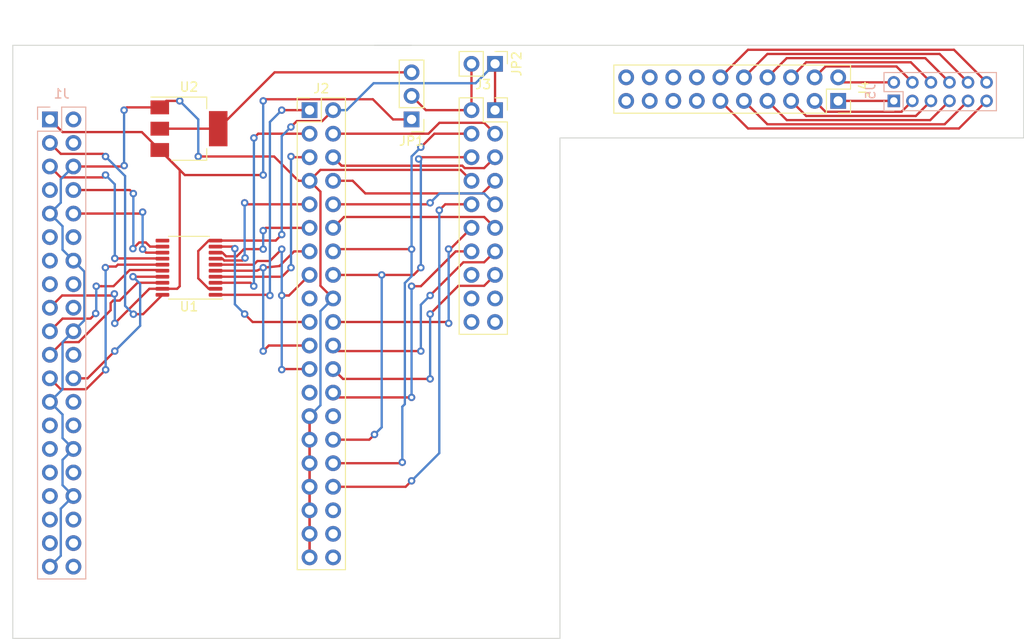
<source format=kicad_pcb>
(kicad_pcb (version 20171130) (host pcbnew 5.1.9+dfsg1-1)

  (general
    (thickness 1.6)
    (drawings 7)
    (tracks 380)
    (zones 0)
    (modules 9)
    (nets 46)
  )

  (page A4)
  (layers
    (0 F.Cu signal)
    (31 B.Cu signal)
    (32 B.Adhes user)
    (33 F.Adhes user)
    (34 B.Paste user)
    (35 F.Paste user)
    (36 B.SilkS user)
    (37 F.SilkS user)
    (38 B.Mask user)
    (39 F.Mask user)
    (40 Dwgs.User user)
    (41 Cmts.User user)
    (42 Eco1.User user)
    (43 Eco2.User user)
    (44 Edge.Cuts user)
    (45 Margin user)
    (46 B.CrtYd user)
    (47 F.CrtYd user)
    (48 B.Fab user)
    (49 F.Fab user)
  )

  (setup
    (last_trace_width 0.25)
    (trace_clearance 0.2)
    (zone_clearance 0.508)
    (zone_45_only no)
    (trace_min 0.2)
    (via_size 0.8)
    (via_drill 0.4)
    (via_min_size 0.4)
    (via_min_drill 0.3)
    (uvia_size 0.3)
    (uvia_drill 0.1)
    (uvias_allowed no)
    (uvia_min_size 0.2)
    (uvia_min_drill 0.1)
    (edge_width 0.1)
    (segment_width 0.2)
    (pcb_text_width 0.3)
    (pcb_text_size 1.5 1.5)
    (mod_edge_width 0.15)
    (mod_text_size 1 1)
    (mod_text_width 0.15)
    (pad_size 1.524 1.524)
    (pad_drill 0.762)
    (pad_to_mask_clearance 0)
    (aux_axis_origin 0 0)
    (visible_elements FFFFFF7F)
    (pcbplotparams
      (layerselection 0x010fc_ffffffff)
      (usegerberextensions false)
      (usegerberattributes true)
      (usegerberadvancedattributes true)
      (creategerberjobfile true)
      (excludeedgelayer true)
      (linewidth 0.100000)
      (plotframeref false)
      (viasonmask false)
      (mode 1)
      (useauxorigin false)
      (hpglpennumber 1)
      (hpglpenspeed 20)
      (hpglpendiameter 15.000000)
      (psnegative false)
      (psa4output false)
      (plotreference true)
      (plotvalue true)
      (plotinvisibletext false)
      (padsonsilk false)
      (subtractmaskfromsilk false)
      (outputformat 1)
      (mirror false)
      (drillshape 1)
      (scaleselection 1)
      (outputdirectory ""))
  )

  (net 0 "")
  (net 1 GND)
  (net 2 "Net-(J1-Pad24)")
  (net 3 "Net-(J1-Pad23)")
  (net 4 "Net-(J1-Pad21)")
  (net 5 "Net-(J1-Pad19)")
  (net 6 "Net-(J1-Pad1)")
  (net 7 "Net-(J1-Pad10)")
  (net 8 "Net-(J1-Pad8)")
  (net 9 "Net-(J1-Pad5)")
  (net 10 "Net-(J1-Pad3)")
  (net 11 "Net-(J2-Pad34)")
  (net 12 /T_MOSI)
  (net 13 /T_CLK)
  (net 14 "Net-(J2-Pad26)")
  (net 15 "Net-(J2-Pad24)")
  (net 16 "Net-(J2-Pad15)")
  (net 17 "Net-(J2-Pad22)")
  (net 18 "Net-(J2-Pad13)")
  (net 19 "Net-(J2-Pad20)")
  (net 20 "Net-(J2-Pad19)")
  (net 21 "Net-(J2-Pad12)")
  (net 22 "Net-(J2-Pad11)")
  (net 23 "Net-(J2-Pad10)")
  (net 24 "Net-(J2-Pad9)")
  (net 25 /T_GND)
  (net 26 /T_CS)
  (net 27 "Net-(J2-Pad5)")
  (net 28 /T_MISO)
  (net 29 "Net-(J2-Pad3)")
  (net 30 /T_VCC1)
  (net 31 "Net-(J2-Pad1)")
  (net 32 /T_VCC2)
  (net 33 "Net-(J4-Pad12)")
  (net 34 "Net-(J4-Pad11)")
  (net 35 "Net-(J4-Pad10)")
  (net 36 "Net-(J4-Pad9)")
  (net 37 "Net-(J4-Pad8)")
  (net 38 "Net-(J4-Pad7)")
  (net 39 "Net-(J4-Pad6)")
  (net 40 "Net-(J4-Pad5)")
  (net 41 "Net-(J4-Pad4)")
  (net 42 "Net-(J4-Pad3)")
  (net 43 "Net-(J4-Pad2)")
  (net 44 "Net-(J4-Pad1)")
  (net 45 "Net-(JP1-Pad3)")

  (net_class Default "This is the default net class."
    (clearance 0.2)
    (trace_width 0.25)
    (via_dia 0.8)
    (via_drill 0.4)
    (uvia_dia 0.3)
    (uvia_drill 0.1)
    (add_net /T_CLK)
    (add_net /T_CS)
    (add_net /T_GND)
    (add_net /T_MISO)
    (add_net /T_MOSI)
    (add_net /T_VCC1)
    (add_net /T_VCC2)
    (add_net GND)
    (add_net "Net-(J1-Pad1)")
    (add_net "Net-(J1-Pad10)")
    (add_net "Net-(J1-Pad19)")
    (add_net "Net-(J1-Pad21)")
    (add_net "Net-(J1-Pad23)")
    (add_net "Net-(J1-Pad24)")
    (add_net "Net-(J1-Pad3)")
    (add_net "Net-(J1-Pad5)")
    (add_net "Net-(J1-Pad8)")
    (add_net "Net-(J2-Pad1)")
    (add_net "Net-(J2-Pad10)")
    (add_net "Net-(J2-Pad11)")
    (add_net "Net-(J2-Pad12)")
    (add_net "Net-(J2-Pad13)")
    (add_net "Net-(J2-Pad15)")
    (add_net "Net-(J2-Pad19)")
    (add_net "Net-(J2-Pad20)")
    (add_net "Net-(J2-Pad22)")
    (add_net "Net-(J2-Pad24)")
    (add_net "Net-(J2-Pad26)")
    (add_net "Net-(J2-Pad3)")
    (add_net "Net-(J2-Pad34)")
    (add_net "Net-(J2-Pad5)")
    (add_net "Net-(J2-Pad9)")
    (add_net "Net-(J4-Pad1)")
    (add_net "Net-(J4-Pad10)")
    (add_net "Net-(J4-Pad11)")
    (add_net "Net-(J4-Pad12)")
    (add_net "Net-(J4-Pad2)")
    (add_net "Net-(J4-Pad3)")
    (add_net "Net-(J4-Pad4)")
    (add_net "Net-(J4-Pad5)")
    (add_net "Net-(J4-Pad6)")
    (add_net "Net-(J4-Pad7)")
    (add_net "Net-(J4-Pad8)")
    (add_net "Net-(J4-Pad9)")
    (add_net "Net-(JP1-Pad3)")
  )

  (module Package_TO_SOT_SMD:SOT-223-3_TabPin2 (layer F.Cu) (tedit 5A02FF57) (tstamp 61FED945)
    (at 190 29)
    (descr "module CMS SOT223 4 pins")
    (tags "CMS SOT")
    (path /61FEBD0F)
    (attr smd)
    (fp_text reference U2 (at 0 -4.5) (layer F.SilkS)
      (effects (font (size 1 1) (thickness 0.15)))
    )
    (fp_text value AMS1117-1.8 (at 0 4.5) (layer F.Fab)
      (effects (font (size 1 1) (thickness 0.15)))
    )
    (fp_text user %R (at 0 0 90) (layer F.Fab)
      (effects (font (size 0.8 0.8) (thickness 0.12)))
    )
    (fp_line (start 1.91 3.41) (end 1.91 2.15) (layer F.SilkS) (width 0.12))
    (fp_line (start 1.91 -3.41) (end 1.91 -2.15) (layer F.SilkS) (width 0.12))
    (fp_line (start 4.4 -3.6) (end -4.4 -3.6) (layer F.CrtYd) (width 0.05))
    (fp_line (start 4.4 3.6) (end 4.4 -3.6) (layer F.CrtYd) (width 0.05))
    (fp_line (start -4.4 3.6) (end 4.4 3.6) (layer F.CrtYd) (width 0.05))
    (fp_line (start -4.4 -3.6) (end -4.4 3.6) (layer F.CrtYd) (width 0.05))
    (fp_line (start -1.85 -2.35) (end -0.85 -3.35) (layer F.Fab) (width 0.1))
    (fp_line (start -1.85 -2.35) (end -1.85 3.35) (layer F.Fab) (width 0.1))
    (fp_line (start -1.85 3.41) (end 1.91 3.41) (layer F.SilkS) (width 0.12))
    (fp_line (start -0.85 -3.35) (end 1.85 -3.35) (layer F.Fab) (width 0.1))
    (fp_line (start -4.1 -3.41) (end 1.91 -3.41) (layer F.SilkS) (width 0.12))
    (fp_line (start -1.85 3.35) (end 1.85 3.35) (layer F.Fab) (width 0.1))
    (fp_line (start 1.85 -3.35) (end 1.85 3.35) (layer F.Fab) (width 0.1))
    (pad 1 smd rect (at -3.15 -2.3) (size 2 1.5) (layers F.Cu F.Paste F.Mask)
      (net 1 GND))
    (pad 3 smd rect (at -3.15 2.3) (size 2 1.5) (layers F.Cu F.Paste F.Mask)
      (net 6 "Net-(J1-Pad1)"))
    (pad 2 smd rect (at -3.15 0) (size 2 1.5) (layers F.Cu F.Paste F.Mask)
      (net 45 "Net-(JP1-Pad3)"))
    (pad 2 smd rect (at 3.15 0) (size 2 3.8) (layers F.Cu F.Paste F.Mask)
      (net 45 "Net-(JP1-Pad3)"))
    (model ${KISYS3DMOD}/Package_TO_SOT_SMD.3dshapes/SOT-223.wrl
      (at (xyz 0 0 0))
      (scale (xyz 1 1 1))
      (rotate (xyz 0 0 0))
    )
  )

  (module Package_SO:TSSOP-20_4.4x6.5mm_P0.65mm (layer F.Cu) (tedit 5E476F32) (tstamp 61FED92F)
    (at 190 44 180)
    (descr "TSSOP, 20 Pin (JEDEC MO-153 Var AC https://www.jedec.org/document_search?search_api_views_fulltext=MO-153), generated with kicad-footprint-generator ipc_gullwing_generator.py")
    (tags "TSSOP SO")
    (path /61FEB74F)
    (attr smd)
    (fp_text reference U1 (at 0 -4.2) (layer F.SilkS)
      (effects (font (size 1 1) (thickness 0.15)))
    )
    (fp_text value TXS0108EPW (at 0 4.2) (layer F.Fab)
      (effects (font (size 1 1) (thickness 0.15)))
    )
    (fp_text user %R (at 0 0) (layer F.Fab)
      (effects (font (size 1 1) (thickness 0.15)))
    )
    (fp_line (start 0 3.385) (end 2.2 3.385) (layer F.SilkS) (width 0.12))
    (fp_line (start 0 3.385) (end -2.2 3.385) (layer F.SilkS) (width 0.12))
    (fp_line (start 0 -3.385) (end 2.2 -3.385) (layer F.SilkS) (width 0.12))
    (fp_line (start 0 -3.385) (end -3.6 -3.385) (layer F.SilkS) (width 0.12))
    (fp_line (start -1.2 -3.25) (end 2.2 -3.25) (layer F.Fab) (width 0.1))
    (fp_line (start 2.2 -3.25) (end 2.2 3.25) (layer F.Fab) (width 0.1))
    (fp_line (start 2.2 3.25) (end -2.2 3.25) (layer F.Fab) (width 0.1))
    (fp_line (start -2.2 3.25) (end -2.2 -2.25) (layer F.Fab) (width 0.1))
    (fp_line (start -2.2 -2.25) (end -1.2 -3.25) (layer F.Fab) (width 0.1))
    (fp_line (start -3.85 -3.5) (end -3.85 3.5) (layer F.CrtYd) (width 0.05))
    (fp_line (start -3.85 3.5) (end 3.85 3.5) (layer F.CrtYd) (width 0.05))
    (fp_line (start 3.85 3.5) (end 3.85 -3.5) (layer F.CrtYd) (width 0.05))
    (fp_line (start 3.85 -3.5) (end -3.85 -3.5) (layer F.CrtYd) (width 0.05))
    (pad 20 smd roundrect (at 2.8625 -2.925 180) (size 1.475 0.4) (layers F.Cu F.Paste F.Mask) (roundrect_rratio 0.25)
      (net 10 "Net-(J1-Pad3)"))
    (pad 19 smd roundrect (at 2.8625 -2.275 180) (size 1.475 0.4) (layers F.Cu F.Paste F.Mask) (roundrect_rratio 0.25)
      (net 6 "Net-(J1-Pad1)"))
    (pad 18 smd roundrect (at 2.8625 -1.625 180) (size 1.475 0.4) (layers F.Cu F.Paste F.Mask) (roundrect_rratio 0.25)
      (net 4 "Net-(J1-Pad21)"))
    (pad 17 smd roundrect (at 2.8625 -0.975 180) (size 1.475 0.4) (layers F.Cu F.Paste F.Mask) (roundrect_rratio 0.25)
      (net 2 "Net-(J1-Pad24)"))
    (pad 16 smd roundrect (at 2.8625 -0.325 180) (size 1.475 0.4) (layers F.Cu F.Paste F.Mask) (roundrect_rratio 0.25)
      (net 5 "Net-(J1-Pad19)"))
    (pad 15 smd roundrect (at 2.8625 0.325 180) (size 1.475 0.4) (layers F.Cu F.Paste F.Mask) (roundrect_rratio 0.25)
      (net 3 "Net-(J1-Pad23)"))
    (pad 14 smd roundrect (at 2.8625 0.975 180) (size 1.475 0.4) (layers F.Cu F.Paste F.Mask) (roundrect_rratio 0.25)
      (net 9 "Net-(J1-Pad5)"))
    (pad 13 smd roundrect (at 2.8625 1.625 180) (size 1.475 0.4) (layers F.Cu F.Paste F.Mask) (roundrect_rratio 0.25)
      (net 7 "Net-(J1-Pad10)"))
    (pad 12 smd roundrect (at 2.8625 2.275 180) (size 1.475 0.4) (layers F.Cu F.Paste F.Mask) (roundrect_rratio 0.25)
      (net 8 "Net-(J1-Pad8)"))
    (pad 11 smd roundrect (at 2.8625 2.925 180) (size 1.475 0.4) (layers F.Cu F.Paste F.Mask) (roundrect_rratio 0.25))
    (pad 10 smd roundrect (at -2.8625 2.925 180) (size 1.475 0.4) (layers F.Cu F.Paste F.Mask) (roundrect_rratio 0.25)
      (net 30 /T_VCC1))
    (pad 9 smd roundrect (at -2.8625 2.275 180) (size 1.475 0.4) (layers F.Cu F.Paste F.Mask) (roundrect_rratio 0.25)
      (net 20 "Net-(J2-Pad19)"))
    (pad 8 smd roundrect (at -2.8625 1.625 180) (size 1.475 0.4) (layers F.Cu F.Paste F.Mask) (roundrect_rratio 0.25)
      (net 22 "Net-(J2-Pad11)"))
    (pad 7 smd roundrect (at -2.8625 0.975 180) (size 1.475 0.4) (layers F.Cu F.Paste F.Mask) (roundrect_rratio 0.25)
      (net 24 "Net-(J2-Pad9)"))
    (pad 6 smd roundrect (at -2.8625 0.325 180) (size 1.475 0.4) (layers F.Cu F.Paste F.Mask) (roundrect_rratio 0.25)
      (net 16 "Net-(J2-Pad15)"))
    (pad 5 smd roundrect (at -2.8625 -0.325 180) (size 1.475 0.4) (layers F.Cu F.Paste F.Mask) (roundrect_rratio 0.25)
      (net 18 "Net-(J2-Pad13)"))
    (pad 4 smd roundrect (at -2.8625 -0.975 180) (size 1.475 0.4) (layers F.Cu F.Paste F.Mask) (roundrect_rratio 0.25)
      (net 27 "Net-(J2-Pad5)"))
    (pad 3 smd roundrect (at -2.8625 -1.625 180) (size 1.475 0.4) (layers F.Cu F.Paste F.Mask) (roundrect_rratio 0.25)
      (net 29 "Net-(J2-Pad3)"))
    (pad 2 smd roundrect (at -2.8625 -2.275 180) (size 1.475 0.4) (layers F.Cu F.Paste F.Mask) (roundrect_rratio 0.25)
      (net 30 /T_VCC1))
    (pad 1 smd roundrect (at -2.8625 -2.925 180) (size 1.475 0.4) (layers F.Cu F.Paste F.Mask) (roundrect_rratio 0.25)
      (net 31 "Net-(J2-Pad1)"))
    (model ${KISYS3DMOD}/Package_SO.3dshapes/TSSOP-20_4.4x6.5mm_P0.65mm.wrl
      (at (xyz 0 0 0))
      (scale (xyz 1 1 1))
      (rotate (xyz 0 0 0))
    )
  )

  (module Connector_PinHeader_2.54mm:PinHeader_1x02_P2.54mm_Vertical (layer F.Cu) (tedit 59FED5CC) (tstamp 61FED909)
    (at 223 22 270)
    (descr "Through hole straight pin header, 1x02, 2.54mm pitch, single row")
    (tags "Through hole pin header THT 1x02 2.54mm single row")
    (path /6203B475)
    (fp_text reference JP2 (at 0 -2.33 90) (layer F.SilkS)
      (effects (font (size 1 1) (thickness 0.15)))
    )
    (fp_text value Jumper_2_Bridged (at 0 4.87 90) (layer F.Fab)
      (effects (font (size 1 1) (thickness 0.15)))
    )
    (fp_text user %R (at 0 1.27) (layer F.Fab)
      (effects (font (size 1 1) (thickness 0.15)))
    )
    (fp_line (start -0.635 -1.27) (end 1.27 -1.27) (layer F.Fab) (width 0.1))
    (fp_line (start 1.27 -1.27) (end 1.27 3.81) (layer F.Fab) (width 0.1))
    (fp_line (start 1.27 3.81) (end -1.27 3.81) (layer F.Fab) (width 0.1))
    (fp_line (start -1.27 3.81) (end -1.27 -0.635) (layer F.Fab) (width 0.1))
    (fp_line (start -1.27 -0.635) (end -0.635 -1.27) (layer F.Fab) (width 0.1))
    (fp_line (start -1.33 3.87) (end 1.33 3.87) (layer F.SilkS) (width 0.12))
    (fp_line (start -1.33 1.27) (end -1.33 3.87) (layer F.SilkS) (width 0.12))
    (fp_line (start 1.33 1.27) (end 1.33 3.87) (layer F.SilkS) (width 0.12))
    (fp_line (start -1.33 1.27) (end 1.33 1.27) (layer F.SilkS) (width 0.12))
    (fp_line (start -1.33 0) (end -1.33 -1.33) (layer F.SilkS) (width 0.12))
    (fp_line (start -1.33 -1.33) (end 0 -1.33) (layer F.SilkS) (width 0.12))
    (fp_line (start -1.8 -1.8) (end -1.8 4.35) (layer F.CrtYd) (width 0.05))
    (fp_line (start -1.8 4.35) (end 1.8 4.35) (layer F.CrtYd) (width 0.05))
    (fp_line (start 1.8 4.35) (end 1.8 -1.8) (layer F.CrtYd) (width 0.05))
    (fp_line (start 1.8 -1.8) (end -1.8 -1.8) (layer F.CrtYd) (width 0.05))
    (pad 2 thru_hole oval (at 0 2.54 270) (size 1.7 1.7) (drill 1) (layers *.Cu *.Mask)
      (net 32 /T_VCC2))
    (pad 1 thru_hole rect (at 0 0 270) (size 1.7 1.7) (drill 1) (layers *.Cu *.Mask)
      (net 30 /T_VCC1))
    (model ${KISYS3DMOD}/Connector_PinHeader_2.54mm.3dshapes/PinHeader_1x02_P2.54mm_Vertical.wrl
      (at (xyz 0 0 0))
      (scale (xyz 1 1 1))
      (rotate (xyz 0 0 0))
    )
  )

  (module Connector_PinHeader_2.54mm:PinHeader_1x03_P2.54mm_Vertical (layer F.Cu) (tedit 59FED5CC) (tstamp 61FEE33E)
    (at 214 28 180)
    (descr "Through hole straight pin header, 1x03, 2.54mm pitch, single row")
    (tags "Through hole pin header THT 1x03 2.54mm single row")
    (path /6203C337)
    (fp_text reference JP1 (at 0 -2.33) (layer F.SilkS)
      (effects (font (size 1 1) (thickness 0.15)))
    )
    (fp_text value Jumper_3_Bridged12 (at 0 7.41) (layer F.Fab)
      (effects (font (size 1 1) (thickness 0.15)))
    )
    (fp_text user %R (at 0 2.54 90) (layer F.Fab)
      (effects (font (size 1 1) (thickness 0.15)))
    )
    (fp_line (start -0.635 -1.27) (end 1.27 -1.27) (layer F.Fab) (width 0.1))
    (fp_line (start 1.27 -1.27) (end 1.27 6.35) (layer F.Fab) (width 0.1))
    (fp_line (start 1.27 6.35) (end -1.27 6.35) (layer F.Fab) (width 0.1))
    (fp_line (start -1.27 6.35) (end -1.27 -0.635) (layer F.Fab) (width 0.1))
    (fp_line (start -1.27 -0.635) (end -0.635 -1.27) (layer F.Fab) (width 0.1))
    (fp_line (start -1.33 6.41) (end 1.33 6.41) (layer F.SilkS) (width 0.12))
    (fp_line (start -1.33 1.27) (end -1.33 6.41) (layer F.SilkS) (width 0.12))
    (fp_line (start 1.33 1.27) (end 1.33 6.41) (layer F.SilkS) (width 0.12))
    (fp_line (start -1.33 1.27) (end 1.33 1.27) (layer F.SilkS) (width 0.12))
    (fp_line (start -1.33 0) (end -1.33 -1.33) (layer F.SilkS) (width 0.12))
    (fp_line (start -1.33 -1.33) (end 0 -1.33) (layer F.SilkS) (width 0.12))
    (fp_line (start -1.8 -1.8) (end -1.8 6.85) (layer F.CrtYd) (width 0.05))
    (fp_line (start -1.8 6.85) (end 1.8 6.85) (layer F.CrtYd) (width 0.05))
    (fp_line (start 1.8 6.85) (end 1.8 -1.8) (layer F.CrtYd) (width 0.05))
    (fp_line (start 1.8 -1.8) (end -1.8 -1.8) (layer F.CrtYd) (width 0.05))
    (pad 3 thru_hole oval (at 0 5.08 180) (size 1.7 1.7) (drill 1) (layers *.Cu *.Mask)
      (net 45 "Net-(JP1-Pad3)"))
    (pad 2 thru_hole oval (at 0 2.54 180) (size 1.7 1.7) (drill 1) (layers *.Cu *.Mask)
      (net 32 /T_VCC2))
    (pad 1 thru_hole rect (at 0 0 180) (size 1.7 1.7) (drill 1) (layers *.Cu *.Mask)
      (net 6 "Net-(J1-Pad1)"))
    (model ${KISYS3DMOD}/Connector_PinHeader_2.54mm.3dshapes/PinHeader_1x03_P2.54mm_Vertical.wrl
      (at (xyz 0 0 0))
      (scale (xyz 1 1 1))
      (rotate (xyz 0 0 0))
    )
  )

  (module Connector_PinSocket_2.00mm:PinSocket_2x06_P2.00mm_Vertical (layer B.Cu) (tedit 5A19A434) (tstamp 61FED8DC)
    (at 266 26 270)
    (descr "Through hole straight socket strip, 2x06, 2.00mm pitch, double cols (from Kicad 4.0.7), script generated")
    (tags "Through hole socket strip THT 2x06 2.00mm double row")
    (path /61FF2833)
    (fp_text reference J5 (at -1 2.5 270) (layer B.SilkS)
      (effects (font (size 1 1) (thickness 0.15)) (justify mirror))
    )
    (fp_text value Conn_02x06_Odd_Even (at -1 -12.5 270) (layer B.Fab)
      (effects (font (size 1 1) (thickness 0.15)) (justify mirror))
    )
    (fp_text user %R (at -1 -5) (layer B.Fab)
      (effects (font (size 1 1) (thickness 0.15)) (justify mirror))
    )
    (fp_line (start -3 1) (end 0 1) (layer B.Fab) (width 0.1))
    (fp_line (start 0 1) (end 1 0) (layer B.Fab) (width 0.1))
    (fp_line (start 1 0) (end 1 -11) (layer B.Fab) (width 0.1))
    (fp_line (start 1 -11) (end -3 -11) (layer B.Fab) (width 0.1))
    (fp_line (start -3 -11) (end -3 1) (layer B.Fab) (width 0.1))
    (fp_line (start -3.06 1.06) (end -1 1.06) (layer B.SilkS) (width 0.12))
    (fp_line (start -3.06 1.06) (end -3.06 -11.06) (layer B.SilkS) (width 0.12))
    (fp_line (start -3.06 -11.06) (end 1.06 -11.06) (layer B.SilkS) (width 0.12))
    (fp_line (start 1.06 -1) (end 1.06 -11.06) (layer B.SilkS) (width 0.12))
    (fp_line (start -1 -1) (end 1.06 -1) (layer B.SilkS) (width 0.12))
    (fp_line (start -1 1.06) (end -1 -1) (layer B.SilkS) (width 0.12))
    (fp_line (start 1.06 1.06) (end 1.06 0) (layer B.SilkS) (width 0.12))
    (fp_line (start 0 1.06) (end 1.06 1.06) (layer B.SilkS) (width 0.12))
    (fp_line (start -3.5 1.5) (end 1.5 1.5) (layer B.CrtYd) (width 0.05))
    (fp_line (start 1.5 1.5) (end 1.5 -11.5) (layer B.CrtYd) (width 0.05))
    (fp_line (start 1.5 -11.5) (end -3.5 -11.5) (layer B.CrtYd) (width 0.05))
    (fp_line (start -3.5 -11.5) (end -3.5 1.5) (layer B.CrtYd) (width 0.05))
    (pad 12 thru_hole oval (at -2 -10 270) (size 1.35 1.35) (drill 0.8) (layers *.Cu *.Mask)
      (net 33 "Net-(J4-Pad12)"))
    (pad 11 thru_hole oval (at 0 -10 270) (size 1.35 1.35) (drill 0.8) (layers *.Cu *.Mask)
      (net 34 "Net-(J4-Pad11)"))
    (pad 10 thru_hole oval (at -2 -8 270) (size 1.35 1.35) (drill 0.8) (layers *.Cu *.Mask)
      (net 35 "Net-(J4-Pad10)"))
    (pad 9 thru_hole oval (at 0 -8 270) (size 1.35 1.35) (drill 0.8) (layers *.Cu *.Mask)
      (net 36 "Net-(J4-Pad9)"))
    (pad 8 thru_hole oval (at -2 -6 270) (size 1.35 1.35) (drill 0.8) (layers *.Cu *.Mask)
      (net 37 "Net-(J4-Pad8)"))
    (pad 7 thru_hole oval (at 0 -6 270) (size 1.35 1.35) (drill 0.8) (layers *.Cu *.Mask)
      (net 38 "Net-(J4-Pad7)"))
    (pad 6 thru_hole oval (at -2 -4 270) (size 1.35 1.35) (drill 0.8) (layers *.Cu *.Mask)
      (net 39 "Net-(J4-Pad6)"))
    (pad 5 thru_hole oval (at 0 -4 270) (size 1.35 1.35) (drill 0.8) (layers *.Cu *.Mask)
      (net 40 "Net-(J4-Pad5)"))
    (pad 4 thru_hole oval (at -2 -2 270) (size 1.35 1.35) (drill 0.8) (layers *.Cu *.Mask)
      (net 41 "Net-(J4-Pad4)"))
    (pad 3 thru_hole oval (at 0 -2 270) (size 1.35 1.35) (drill 0.8) (layers *.Cu *.Mask)
      (net 42 "Net-(J4-Pad3)"))
    (pad 2 thru_hole oval (at -2 0 270) (size 1.35 1.35) (drill 0.8) (layers *.Cu *.Mask)
      (net 43 "Net-(J4-Pad2)"))
    (pad 1 thru_hole rect (at 0 0 270) (size 1.35 1.35) (drill 0.8) (layers *.Cu *.Mask)
      (net 44 "Net-(J4-Pad1)"))
    (model ${KISYS3DMOD}/Connector_PinSocket_2.00mm.3dshapes/PinSocket_2x06_P2.00mm_Vertical.wrl
      (at (xyz 0 0 0))
      (scale (xyz 1 1 1))
      (rotate (xyz 0 0 0))
    )
  )

  (module Connector_PinSocket_2.54mm:PinSocket_2x10_P2.54mm_Vertical (layer F.Cu) (tedit 5A19A427) (tstamp 61FED8BA)
    (at 260 26 270)
    (descr "Through hole straight socket strip, 2x10, 2.54mm pitch, double cols (from Kicad 4.0.7), script generated")
    (tags "Through hole socket strip THT 2x10 2.54mm double row")
    (path /61FFA6E9)
    (fp_text reference J4 (at -1.27 -2.77 90) (layer F.SilkS)
      (effects (font (size 1 1) (thickness 0.15)))
    )
    (fp_text value Conn_02x10_Odd_Even (at -1.27 25.63 90) (layer F.Fab)
      (effects (font (size 1 1) (thickness 0.15)))
    )
    (fp_text user %R (at -1.27 11.43) (layer F.Fab)
      (effects (font (size 1 1) (thickness 0.15)))
    )
    (fp_line (start -3.81 -1.27) (end 0.27 -1.27) (layer F.Fab) (width 0.1))
    (fp_line (start 0.27 -1.27) (end 1.27 -0.27) (layer F.Fab) (width 0.1))
    (fp_line (start 1.27 -0.27) (end 1.27 24.13) (layer F.Fab) (width 0.1))
    (fp_line (start 1.27 24.13) (end -3.81 24.13) (layer F.Fab) (width 0.1))
    (fp_line (start -3.81 24.13) (end -3.81 -1.27) (layer F.Fab) (width 0.1))
    (fp_line (start -3.87 -1.33) (end -1.27 -1.33) (layer F.SilkS) (width 0.12))
    (fp_line (start -3.87 -1.33) (end -3.87 24.19) (layer F.SilkS) (width 0.12))
    (fp_line (start -3.87 24.19) (end 1.33 24.19) (layer F.SilkS) (width 0.12))
    (fp_line (start 1.33 1.27) (end 1.33 24.19) (layer F.SilkS) (width 0.12))
    (fp_line (start -1.27 1.27) (end 1.33 1.27) (layer F.SilkS) (width 0.12))
    (fp_line (start -1.27 -1.33) (end -1.27 1.27) (layer F.SilkS) (width 0.12))
    (fp_line (start 1.33 -1.33) (end 1.33 0) (layer F.SilkS) (width 0.12))
    (fp_line (start 0 -1.33) (end 1.33 -1.33) (layer F.SilkS) (width 0.12))
    (fp_line (start -4.34 -1.8) (end 1.76 -1.8) (layer F.CrtYd) (width 0.05))
    (fp_line (start 1.76 -1.8) (end 1.76 24.6) (layer F.CrtYd) (width 0.05))
    (fp_line (start 1.76 24.6) (end -4.34 24.6) (layer F.CrtYd) (width 0.05))
    (fp_line (start -4.34 24.6) (end -4.34 -1.8) (layer F.CrtYd) (width 0.05))
    (pad 20 thru_hole oval (at -2.54 22.86 270) (size 1.7 1.7) (drill 1) (layers *.Cu *.Mask))
    (pad 19 thru_hole oval (at 0 22.86 270) (size 1.7 1.7) (drill 1) (layers *.Cu *.Mask))
    (pad 18 thru_hole oval (at -2.54 20.32 270) (size 1.7 1.7) (drill 1) (layers *.Cu *.Mask))
    (pad 17 thru_hole oval (at 0 20.32 270) (size 1.7 1.7) (drill 1) (layers *.Cu *.Mask))
    (pad 16 thru_hole oval (at -2.54 17.78 270) (size 1.7 1.7) (drill 1) (layers *.Cu *.Mask))
    (pad 15 thru_hole oval (at 0 17.78 270) (size 1.7 1.7) (drill 1) (layers *.Cu *.Mask))
    (pad 14 thru_hole oval (at -2.54 15.24 270) (size 1.7 1.7) (drill 1) (layers *.Cu *.Mask))
    (pad 13 thru_hole oval (at 0 15.24 270) (size 1.7 1.7) (drill 1) (layers *.Cu *.Mask))
    (pad 12 thru_hole oval (at -2.54 12.7 270) (size 1.7 1.7) (drill 1) (layers *.Cu *.Mask)
      (net 33 "Net-(J4-Pad12)"))
    (pad 11 thru_hole oval (at 0 12.7 270) (size 1.7 1.7) (drill 1) (layers *.Cu *.Mask)
      (net 34 "Net-(J4-Pad11)"))
    (pad 10 thru_hole oval (at -2.54 10.16 270) (size 1.7 1.7) (drill 1) (layers *.Cu *.Mask)
      (net 35 "Net-(J4-Pad10)"))
    (pad 9 thru_hole oval (at 0 10.16 270) (size 1.7 1.7) (drill 1) (layers *.Cu *.Mask)
      (net 36 "Net-(J4-Pad9)"))
    (pad 8 thru_hole oval (at -2.54 7.62 270) (size 1.7 1.7) (drill 1) (layers *.Cu *.Mask)
      (net 37 "Net-(J4-Pad8)"))
    (pad 7 thru_hole oval (at 0 7.62 270) (size 1.7 1.7) (drill 1) (layers *.Cu *.Mask)
      (net 38 "Net-(J4-Pad7)"))
    (pad 6 thru_hole oval (at -2.54 5.08 270) (size 1.7 1.7) (drill 1) (layers *.Cu *.Mask)
      (net 39 "Net-(J4-Pad6)"))
    (pad 5 thru_hole oval (at 0 5.08 270) (size 1.7 1.7) (drill 1) (layers *.Cu *.Mask)
      (net 40 "Net-(J4-Pad5)"))
    (pad 4 thru_hole oval (at -2.54 2.54 270) (size 1.7 1.7) (drill 1) (layers *.Cu *.Mask)
      (net 41 "Net-(J4-Pad4)"))
    (pad 3 thru_hole oval (at 0 2.54 270) (size 1.7 1.7) (drill 1) (layers *.Cu *.Mask)
      (net 42 "Net-(J4-Pad3)"))
    (pad 2 thru_hole oval (at -2.54 0 270) (size 1.7 1.7) (drill 1) (layers *.Cu *.Mask)
      (net 43 "Net-(J4-Pad2)"))
    (pad 1 thru_hole rect (at 0 0 270) (size 1.7 1.7) (drill 1) (layers *.Cu *.Mask)
      (net 44 "Net-(J4-Pad1)"))
    (model ${KISYS3DMOD}/Connector_PinSocket_2.54mm.3dshapes/PinSocket_2x10_P2.54mm_Vertical.wrl
      (at (xyz 0 0 0))
      (scale (xyz 1 1 1))
      (rotate (xyz 0 0 0))
    )
  )

  (module Connector_PinSocket_2.54mm:PinSocket_2x10_P2.54mm_Vertical (layer F.Cu) (tedit 5A19A427) (tstamp 61FED890)
    (at 223 27)
    (descr "Through hole straight socket strip, 2x10, 2.54mm pitch, double cols (from Kicad 4.0.7), script generated")
    (tags "Through hole socket strip THT 2x10 2.54mm double row")
    (path /61FF72FE)
    (fp_text reference J3 (at -1.27 -2.77) (layer F.SilkS)
      (effects (font (size 1 1) (thickness 0.15)))
    )
    (fp_text value Conn_02x10_Odd_Even (at -1.27 25.63) (layer F.Fab)
      (effects (font (size 1 1) (thickness 0.15)))
    )
    (fp_text user %R (at -1.27 11.43 90) (layer F.Fab)
      (effects (font (size 1 1) (thickness 0.15)))
    )
    (fp_line (start -3.81 -1.27) (end 0.27 -1.27) (layer F.Fab) (width 0.1))
    (fp_line (start 0.27 -1.27) (end 1.27 -0.27) (layer F.Fab) (width 0.1))
    (fp_line (start 1.27 -0.27) (end 1.27 24.13) (layer F.Fab) (width 0.1))
    (fp_line (start 1.27 24.13) (end -3.81 24.13) (layer F.Fab) (width 0.1))
    (fp_line (start -3.81 24.13) (end -3.81 -1.27) (layer F.Fab) (width 0.1))
    (fp_line (start -3.87 -1.33) (end -1.27 -1.33) (layer F.SilkS) (width 0.12))
    (fp_line (start -3.87 -1.33) (end -3.87 24.19) (layer F.SilkS) (width 0.12))
    (fp_line (start -3.87 24.19) (end 1.33 24.19) (layer F.SilkS) (width 0.12))
    (fp_line (start 1.33 1.27) (end 1.33 24.19) (layer F.SilkS) (width 0.12))
    (fp_line (start -1.27 1.27) (end 1.33 1.27) (layer F.SilkS) (width 0.12))
    (fp_line (start -1.27 -1.33) (end -1.27 1.27) (layer F.SilkS) (width 0.12))
    (fp_line (start 1.33 -1.33) (end 1.33 0) (layer F.SilkS) (width 0.12))
    (fp_line (start 0 -1.33) (end 1.33 -1.33) (layer F.SilkS) (width 0.12))
    (fp_line (start -4.34 -1.8) (end 1.76 -1.8) (layer F.CrtYd) (width 0.05))
    (fp_line (start 1.76 -1.8) (end 1.76 24.6) (layer F.CrtYd) (width 0.05))
    (fp_line (start 1.76 24.6) (end -4.34 24.6) (layer F.CrtYd) (width 0.05))
    (fp_line (start -4.34 24.6) (end -4.34 -1.8) (layer F.CrtYd) (width 0.05))
    (pad 20 thru_hole oval (at -2.54 22.86) (size 1.7 1.7) (drill 1) (layers *.Cu *.Mask))
    (pad 19 thru_hole oval (at 0 22.86) (size 1.7 1.7) (drill 1) (layers *.Cu *.Mask))
    (pad 18 thru_hole oval (at -2.54 20.32) (size 1.7 1.7) (drill 1) (layers *.Cu *.Mask))
    (pad 17 thru_hole oval (at 0 20.32) (size 1.7 1.7) (drill 1) (layers *.Cu *.Mask))
    (pad 16 thru_hole oval (at -2.54 17.78) (size 1.7 1.7) (drill 1) (layers *.Cu *.Mask))
    (pad 15 thru_hole oval (at 0 17.78) (size 1.7 1.7) (drill 1) (layers *.Cu *.Mask)
      (net 15 "Net-(J2-Pad24)"))
    (pad 14 thru_hole oval (at -2.54 15.24) (size 1.7 1.7) (drill 1) (layers *.Cu *.Mask)
      (net 14 "Net-(J2-Pad26)"))
    (pad 13 thru_hole oval (at 0 15.24) (size 1.7 1.7) (drill 1) (layers *.Cu *.Mask)
      (net 17 "Net-(J2-Pad22)"))
    (pad 12 thru_hole oval (at -2.54 12.7) (size 1.7 1.7) (drill 1) (layers *.Cu *.Mask)
      (net 19 "Net-(J2-Pad20)"))
    (pad 11 thru_hole oval (at 0 12.7) (size 1.7 1.7) (drill 1) (layers *.Cu *.Mask)
      (net 21 "Net-(J2-Pad12)"))
    (pad 10 thru_hole oval (at -2.54 10.16) (size 1.7 1.7) (drill 1) (layers *.Cu *.Mask)
      (net 11 "Net-(J2-Pad34)"))
    (pad 9 thru_hole oval (at 0 10.16) (size 1.7 1.7) (drill 1) (layers *.Cu *.Mask)
      (net 23 "Net-(J2-Pad10)"))
    (pad 8 thru_hole oval (at -2.54 7.62) (size 1.7 1.7) (drill 1) (layers *.Cu *.Mask)
      (net 1 GND))
    (pad 7 thru_hole oval (at 0 7.62) (size 1.7 1.7) (drill 1) (layers *.Cu *.Mask)
      (net 25 /T_GND))
    (pad 6 thru_hole oval (at -2.54 5.08) (size 1.7 1.7) (drill 1) (layers *.Cu *.Mask)
      (net 13 /T_CLK))
    (pad 5 thru_hole oval (at 0 5.08) (size 1.7 1.7) (drill 1) (layers *.Cu *.Mask)
      (net 26 /T_CS))
    (pad 4 thru_hole oval (at -2.54 2.54) (size 1.7 1.7) (drill 1) (layers *.Cu *.Mask)
      (net 12 /T_MOSI))
    (pad 3 thru_hole oval (at 0 2.54) (size 1.7 1.7) (drill 1) (layers *.Cu *.Mask)
      (net 28 /T_MISO))
    (pad 2 thru_hole oval (at -2.54 0) (size 1.7 1.7) (drill 1) (layers *.Cu *.Mask)
      (net 32 /T_VCC2))
    (pad 1 thru_hole rect (at 0 0) (size 1.7 1.7) (drill 1) (layers *.Cu *.Mask)
      (net 30 /T_VCC1))
    (model ${KISYS3DMOD}/Connector_PinSocket_2.54mm.3dshapes/PinSocket_2x10_P2.54mm_Vertical.wrl
      (at (xyz 0 0 0))
      (scale (xyz 1 1 1))
      (rotate (xyz 0 0 0))
    )
  )

  (module Connector_PinHeader_2.54mm:PinHeader_2x20_P2.54mm_Vertical (layer F.Cu) (tedit 59FED5CC) (tstamp 61FED866)
    (at 203 27)
    (descr "Through hole straight pin header, 2x20, 2.54mm pitch, double rows")
    (tags "Through hole pin header THT 2x20 2.54mm double row")
    (path /620F3DDA)
    (fp_text reference J2 (at 1.27 -2.33) (layer F.SilkS)
      (effects (font (size 1 1) (thickness 0.15)))
    )
    (fp_text value Conn_02x20_Odd_Even (at 1.27 50.59) (layer F.Fab)
      (effects (font (size 1 1) (thickness 0.15)))
    )
    (fp_text user %R (at 1.27 24.13 90) (layer F.Fab)
      (effects (font (size 1 1) (thickness 0.15)))
    )
    (fp_line (start 0 -1.27) (end 3.81 -1.27) (layer F.Fab) (width 0.1))
    (fp_line (start 3.81 -1.27) (end 3.81 49.53) (layer F.Fab) (width 0.1))
    (fp_line (start 3.81 49.53) (end -1.27 49.53) (layer F.Fab) (width 0.1))
    (fp_line (start -1.27 49.53) (end -1.27 0) (layer F.Fab) (width 0.1))
    (fp_line (start -1.27 0) (end 0 -1.27) (layer F.Fab) (width 0.1))
    (fp_line (start -1.33 49.59) (end 3.87 49.59) (layer F.SilkS) (width 0.12))
    (fp_line (start -1.33 1.27) (end -1.33 49.59) (layer F.SilkS) (width 0.12))
    (fp_line (start 3.87 -1.33) (end 3.87 49.59) (layer F.SilkS) (width 0.12))
    (fp_line (start -1.33 1.27) (end 1.27 1.27) (layer F.SilkS) (width 0.12))
    (fp_line (start 1.27 1.27) (end 1.27 -1.33) (layer F.SilkS) (width 0.12))
    (fp_line (start 1.27 -1.33) (end 3.87 -1.33) (layer F.SilkS) (width 0.12))
    (fp_line (start -1.33 0) (end -1.33 -1.33) (layer F.SilkS) (width 0.12))
    (fp_line (start -1.33 -1.33) (end 0 -1.33) (layer F.SilkS) (width 0.12))
    (fp_line (start -1.8 -1.8) (end -1.8 50.05) (layer F.CrtYd) (width 0.05))
    (fp_line (start -1.8 50.05) (end 4.35 50.05) (layer F.CrtYd) (width 0.05))
    (fp_line (start 4.35 50.05) (end 4.35 -1.8) (layer F.CrtYd) (width 0.05))
    (fp_line (start 4.35 -1.8) (end -1.8 -1.8) (layer F.CrtYd) (width 0.05))
    (pad 40 thru_hole oval (at 2.54 48.26) (size 1.7 1.7) (drill 1) (layers *.Cu *.Mask))
    (pad 39 thru_hole oval (at 0 48.26) (size 1.7 1.7) (drill 1) (layers *.Cu *.Mask)
      (net 1 GND))
    (pad 38 thru_hole oval (at 2.54 45.72) (size 1.7 1.7) (drill 1) (layers *.Cu *.Mask))
    (pad 37 thru_hole oval (at 0 45.72) (size 1.7 1.7) (drill 1) (layers *.Cu *.Mask)
      (net 1 GND))
    (pad 36 thru_hole oval (at 2.54 43.18) (size 1.7 1.7) (drill 1) (layers *.Cu *.Mask))
    (pad 35 thru_hole oval (at 0 43.18) (size 1.7 1.7) (drill 1) (layers *.Cu *.Mask)
      (net 1 GND))
    (pad 34 thru_hole oval (at 2.54 40.64) (size 1.7 1.7) (drill 1) (layers *.Cu *.Mask)
      (net 11 "Net-(J2-Pad34)"))
    (pad 33 thru_hole oval (at 0 40.64) (size 1.7 1.7) (drill 1) (layers *.Cu *.Mask)
      (net 1 GND))
    (pad 32 thru_hole oval (at 2.54 38.1) (size 1.7 1.7) (drill 1) (layers *.Cu *.Mask)
      (net 12 /T_MOSI))
    (pad 31 thru_hole oval (at 0 38.1) (size 1.7 1.7) (drill 1) (layers *.Cu *.Mask)
      (net 1 GND))
    (pad 30 thru_hole oval (at 2.54 35.56) (size 1.7 1.7) (drill 1) (layers *.Cu *.Mask)
      (net 13 /T_CLK))
    (pad 29 thru_hole oval (at 0 35.56) (size 1.7 1.7) (drill 1) (layers *.Cu *.Mask)
      (net 1 GND))
    (pad 28 thru_hole oval (at 2.54 33.02) (size 1.7 1.7) (drill 1) (layers *.Cu *.Mask))
    (pad 27 thru_hole oval (at 0 33.02) (size 1.7 1.7) (drill 1) (layers *.Cu *.Mask)
      (net 1 GND))
    (pad 26 thru_hole oval (at 2.54 30.48) (size 1.7 1.7) (drill 1) (layers *.Cu *.Mask)
      (net 14 "Net-(J2-Pad26)"))
    (pad 25 thru_hole oval (at 0 30.48) (size 1.7 1.7) (drill 1) (layers *.Cu *.Mask))
    (pad 24 thru_hole oval (at 2.54 27.94) (size 1.7 1.7) (drill 1) (layers *.Cu *.Mask)
      (net 15 "Net-(J2-Pad24)"))
    (pad 23 thru_hole oval (at 0 27.94) (size 1.7 1.7) (drill 1) (layers *.Cu *.Mask)
      (net 16 "Net-(J2-Pad15)"))
    (pad 22 thru_hole oval (at 2.54 25.4) (size 1.7 1.7) (drill 1) (layers *.Cu *.Mask)
      (net 17 "Net-(J2-Pad22)"))
    (pad 21 thru_hole oval (at 0 25.4) (size 1.7 1.7) (drill 1) (layers *.Cu *.Mask)
      (net 18 "Net-(J2-Pad13)"))
    (pad 20 thru_hole oval (at 2.54 22.86) (size 1.7 1.7) (drill 1) (layers *.Cu *.Mask)
      (net 19 "Net-(J2-Pad20)"))
    (pad 19 thru_hole oval (at 0 22.86) (size 1.7 1.7) (drill 1) (layers *.Cu *.Mask)
      (net 20 "Net-(J2-Pad19)"))
    (pad 18 thru_hole oval (at 2.54 20.32) (size 1.7 1.7) (drill 1) (layers *.Cu *.Mask)
      (net 1 GND))
    (pad 17 thru_hole oval (at 0 20.32) (size 1.7 1.7) (drill 1) (layers *.Cu *.Mask))
    (pad 16 thru_hole oval (at 2.54 17.78) (size 1.7 1.7) (drill 1) (layers *.Cu *.Mask)
      (net 13 /T_CLK))
    (pad 15 thru_hole oval (at 0 17.78) (size 1.7 1.7) (drill 1) (layers *.Cu *.Mask)
      (net 16 "Net-(J2-Pad15)"))
    (pad 14 thru_hole oval (at 2.54 15.24) (size 1.7 1.7) (drill 1) (layers *.Cu *.Mask)
      (net 12 /T_MOSI))
    (pad 13 thru_hole oval (at 0 15.24) (size 1.7 1.7) (drill 1) (layers *.Cu *.Mask)
      (net 18 "Net-(J2-Pad13)"))
    (pad 12 thru_hole oval (at 2.54 12.7) (size 1.7 1.7) (drill 1) (layers *.Cu *.Mask)
      (net 21 "Net-(J2-Pad12)"))
    (pad 11 thru_hole oval (at 0 12.7) (size 1.7 1.7) (drill 1) (layers *.Cu *.Mask)
      (net 22 "Net-(J2-Pad11)"))
    (pad 10 thru_hole oval (at 2.54 10.16) (size 1.7 1.7) (drill 1) (layers *.Cu *.Mask)
      (net 23 "Net-(J2-Pad10)"))
    (pad 9 thru_hole oval (at 0 10.16) (size 1.7 1.7) (drill 1) (layers *.Cu *.Mask)
      (net 24 "Net-(J2-Pad9)"))
    (pad 8 thru_hole oval (at 2.54 7.62) (size 1.7 1.7) (drill 1) (layers *.Cu *.Mask)
      (net 25 /T_GND))
    (pad 7 thru_hole oval (at 0 7.62) (size 1.7 1.7) (drill 1) (layers *.Cu *.Mask)
      (net 1 GND))
    (pad 6 thru_hole oval (at 2.54 5.08) (size 1.7 1.7) (drill 1) (layers *.Cu *.Mask)
      (net 26 /T_CS))
    (pad 5 thru_hole oval (at 0 5.08) (size 1.7 1.7) (drill 1) (layers *.Cu *.Mask)
      (net 27 "Net-(J2-Pad5)"))
    (pad 4 thru_hole oval (at 2.54 2.54) (size 1.7 1.7) (drill 1) (layers *.Cu *.Mask)
      (net 28 /T_MISO))
    (pad 3 thru_hole oval (at 0 2.54) (size 1.7 1.7) (drill 1) (layers *.Cu *.Mask)
      (net 29 "Net-(J2-Pad3)"))
    (pad 2 thru_hole oval (at 2.54 0) (size 1.7 1.7) (drill 1) (layers *.Cu *.Mask)
      (net 30 /T_VCC1))
    (pad 1 thru_hole rect (at 0 0) (size 1.7 1.7) (drill 1) (layers *.Cu *.Mask)
      (net 31 "Net-(J2-Pad1)"))
    (model ${KISYS3DMOD}/Connector_PinHeader_2.54mm.3dshapes/PinHeader_2x20_P2.54mm_Vertical.wrl
      (at (xyz 0 0 0))
      (scale (xyz 1 1 1))
      (rotate (xyz 0 0 0))
    )
  )

  (module Connector_PinSocket_2.54mm:PinSocket_2x20_P2.54mm_Vertical (layer B.Cu) (tedit 5A19A433) (tstamp 61FED828)
    (at 175 28 180)
    (descr "Through hole straight socket strip, 2x20, 2.54mm pitch, double cols (from Kicad 4.0.7), script generated")
    (tags "Through hole socket strip THT 2x20 2.54mm double row")
    (path /61FEF866)
    (fp_text reference J1 (at -1.27 2.77) (layer B.SilkS)
      (effects (font (size 1 1) (thickness 0.15)) (justify mirror))
    )
    (fp_text value Raspberry_Pi_2_3 (at -1.27 -51.03) (layer B.Fab)
      (effects (font (size 1 1) (thickness 0.15)) (justify mirror))
    )
    (fp_text user %R (at -1.27 -24.13 270) (layer B.Fab)
      (effects (font (size 1 1) (thickness 0.15)) (justify mirror))
    )
    (fp_line (start -3.81 1.27) (end 0.27 1.27) (layer B.Fab) (width 0.1))
    (fp_line (start 0.27 1.27) (end 1.27 0.27) (layer B.Fab) (width 0.1))
    (fp_line (start 1.27 0.27) (end 1.27 -49.53) (layer B.Fab) (width 0.1))
    (fp_line (start 1.27 -49.53) (end -3.81 -49.53) (layer B.Fab) (width 0.1))
    (fp_line (start -3.81 -49.53) (end -3.81 1.27) (layer B.Fab) (width 0.1))
    (fp_line (start -3.87 1.33) (end -1.27 1.33) (layer B.SilkS) (width 0.12))
    (fp_line (start -3.87 1.33) (end -3.87 -49.59) (layer B.SilkS) (width 0.12))
    (fp_line (start -3.87 -49.59) (end 1.33 -49.59) (layer B.SilkS) (width 0.12))
    (fp_line (start 1.33 -1.27) (end 1.33 -49.59) (layer B.SilkS) (width 0.12))
    (fp_line (start -1.27 -1.27) (end 1.33 -1.27) (layer B.SilkS) (width 0.12))
    (fp_line (start -1.27 1.33) (end -1.27 -1.27) (layer B.SilkS) (width 0.12))
    (fp_line (start 1.33 1.33) (end 1.33 0) (layer B.SilkS) (width 0.12))
    (fp_line (start 0 1.33) (end 1.33 1.33) (layer B.SilkS) (width 0.12))
    (fp_line (start -4.34 1.8) (end 1.76 1.8) (layer B.CrtYd) (width 0.05))
    (fp_line (start 1.76 1.8) (end 1.76 -50) (layer B.CrtYd) (width 0.05))
    (fp_line (start 1.76 -50) (end -4.34 -50) (layer B.CrtYd) (width 0.05))
    (fp_line (start -4.34 -50) (end -4.34 1.8) (layer B.CrtYd) (width 0.05))
    (pad 40 thru_hole oval (at -2.54 -48.26 180) (size 1.7 1.7) (drill 1) (layers *.Cu *.Mask))
    (pad 39 thru_hole oval (at 0 -48.26 180) (size 1.7 1.7) (drill 1) (layers *.Cu *.Mask)
      (net 1 GND))
    (pad 38 thru_hole oval (at -2.54 -45.72 180) (size 1.7 1.7) (drill 1) (layers *.Cu *.Mask))
    (pad 37 thru_hole oval (at 0 -45.72 180) (size 1.7 1.7) (drill 1) (layers *.Cu *.Mask))
    (pad 36 thru_hole oval (at -2.54 -43.18 180) (size 1.7 1.7) (drill 1) (layers *.Cu *.Mask))
    (pad 35 thru_hole oval (at 0 -43.18 180) (size 1.7 1.7) (drill 1) (layers *.Cu *.Mask))
    (pad 34 thru_hole oval (at -2.54 -40.64 180) (size 1.7 1.7) (drill 1) (layers *.Cu *.Mask)
      (net 1 GND))
    (pad 33 thru_hole oval (at 0 -40.64 180) (size 1.7 1.7) (drill 1) (layers *.Cu *.Mask))
    (pad 32 thru_hole oval (at -2.54 -38.1 180) (size 1.7 1.7) (drill 1) (layers *.Cu *.Mask))
    (pad 31 thru_hole oval (at 0 -38.1 180) (size 1.7 1.7) (drill 1) (layers *.Cu *.Mask))
    (pad 30 thru_hole oval (at -2.54 -35.56 180) (size 1.7 1.7) (drill 1) (layers *.Cu *.Mask)
      (net 1 GND))
    (pad 29 thru_hole oval (at 0 -35.56 180) (size 1.7 1.7) (drill 1) (layers *.Cu *.Mask))
    (pad 28 thru_hole oval (at -2.54 -33.02 180) (size 1.7 1.7) (drill 1) (layers *.Cu *.Mask))
    (pad 27 thru_hole oval (at 0 -33.02 180) (size 1.7 1.7) (drill 1) (layers *.Cu *.Mask))
    (pad 26 thru_hole oval (at -2.54 -30.48 180) (size 1.7 1.7) (drill 1) (layers *.Cu *.Mask))
    (pad 25 thru_hole oval (at 0 -30.48 180) (size 1.7 1.7) (drill 1) (layers *.Cu *.Mask)
      (net 1 GND))
    (pad 24 thru_hole oval (at -2.54 -27.94 180) (size 1.7 1.7) (drill 1) (layers *.Cu *.Mask)
      (net 2 "Net-(J1-Pad24)"))
    (pad 23 thru_hole oval (at 0 -27.94 180) (size 1.7 1.7) (drill 1) (layers *.Cu *.Mask)
      (net 3 "Net-(J1-Pad23)"))
    (pad 22 thru_hole oval (at -2.54 -25.4 180) (size 1.7 1.7) (drill 1) (layers *.Cu *.Mask))
    (pad 21 thru_hole oval (at 0 -25.4 180) (size 1.7 1.7) (drill 1) (layers *.Cu *.Mask)
      (net 4 "Net-(J1-Pad21)"))
    (pad 20 thru_hole oval (at -2.54 -22.86 180) (size 1.7 1.7) (drill 1) (layers *.Cu *.Mask)
      (net 1 GND))
    (pad 19 thru_hole oval (at 0 -22.86 180) (size 1.7 1.7) (drill 1) (layers *.Cu *.Mask)
      (net 5 "Net-(J1-Pad19)"))
    (pad 18 thru_hole oval (at -2.54 -20.32 180) (size 1.7 1.7) (drill 1) (layers *.Cu *.Mask))
    (pad 17 thru_hole oval (at 0 -20.32 180) (size 1.7 1.7) (drill 1) (layers *.Cu *.Mask)
      (net 6 "Net-(J1-Pad1)"))
    (pad 16 thru_hole oval (at -2.54 -17.78 180) (size 1.7 1.7) (drill 1) (layers *.Cu *.Mask))
    (pad 15 thru_hole oval (at 0 -17.78 180) (size 1.7 1.7) (drill 1) (layers *.Cu *.Mask))
    (pad 14 thru_hole oval (at -2.54 -15.24 180) (size 1.7 1.7) (drill 1) (layers *.Cu *.Mask)
      (net 1 GND))
    (pad 13 thru_hole oval (at 0 -15.24 180) (size 1.7 1.7) (drill 1) (layers *.Cu *.Mask))
    (pad 12 thru_hole oval (at -2.54 -12.7 180) (size 1.7 1.7) (drill 1) (layers *.Cu *.Mask))
    (pad 11 thru_hole oval (at 0 -12.7 180) (size 1.7 1.7) (drill 1) (layers *.Cu *.Mask))
    (pad 10 thru_hole oval (at -2.54 -10.16 180) (size 1.7 1.7) (drill 1) (layers *.Cu *.Mask)
      (net 7 "Net-(J1-Pad10)"))
    (pad 9 thru_hole oval (at 0 -10.16 180) (size 1.7 1.7) (drill 1) (layers *.Cu *.Mask)
      (net 1 GND))
    (pad 8 thru_hole oval (at -2.54 -7.62 180) (size 1.7 1.7) (drill 1) (layers *.Cu *.Mask)
      (net 8 "Net-(J1-Pad8)"))
    (pad 7 thru_hole oval (at 0 -7.62 180) (size 1.7 1.7) (drill 1) (layers *.Cu *.Mask))
    (pad 6 thru_hole oval (at -2.54 -5.08 180) (size 1.7 1.7) (drill 1) (layers *.Cu *.Mask)
      (net 1 GND))
    (pad 5 thru_hole oval (at 0 -5.08 180) (size 1.7 1.7) (drill 1) (layers *.Cu *.Mask)
      (net 9 "Net-(J1-Pad5)"))
    (pad 4 thru_hole oval (at -2.54 -2.54 180) (size 1.7 1.7) (drill 1) (layers *.Cu *.Mask))
    (pad 3 thru_hole oval (at 0 -2.54 180) (size 1.7 1.7) (drill 1) (layers *.Cu *.Mask)
      (net 10 "Net-(J1-Pad3)"))
    (pad 2 thru_hole oval (at -2.54 0 180) (size 1.7 1.7) (drill 1) (layers *.Cu *.Mask))
    (pad 1 thru_hole rect (at 0 0 180) (size 1.7 1.7) (drill 1) (layers *.Cu *.Mask)
      (net 6 "Net-(J1-Pad1)"))
    (model ${KISYS3DMOD}/Connector_PinSocket_2.54mm.3dshapes/PinSocket_2x20_P2.54mm_Vertical.wrl
      (at (xyz 0 0 0))
      (scale (xyz 1 1 1))
      (rotate (xyz 0 0 0))
    )
  )

  (gr_line (start 230 84) (end 230 30) (layer Edge.Cuts) (width 0.1) (tstamp 61FEE4FF))
  (gr_line (start 171 84) (end 230 84) (layer Edge.Cuts) (width 0.1))
  (gr_line (start 171 20) (end 171 84) (layer Edge.Cuts) (width 0.1))
  (gr_line (start 214 20) (end 171 20) (layer Edge.Cuts) (width 0.1))
  (gr_line (start 280 30) (end 230 30) (layer Edge.Cuts) (width 0.1))
  (gr_line (start 280 20) (end 280 30) (layer Edge.Cuts) (width 0.1))
  (gr_line (start 280 20) (end 210 20) (layer Edge.Cuts) (width 0.1))

  (via (at 183 27) (size 0.8) (drill 0.4) (layers F.Cu B.Cu) (net 1))
  (segment (start 183.3 26.7) (end 183 27) (width 0.25) (layer F.Cu) (net 1))
  (segment (start 186.85 26.7) (end 183.3 26.7) (width 0.25) (layer F.Cu) (net 1))
  (via (at 183.01266 32.98734) (size 0.8) (drill 0.4) (layers F.Cu B.Cu) (net 1))
  (segment (start 177.54 33.08) (end 182.92 33.08) (width 0.25) (layer F.Cu) (net 1))
  (segment (start 183 27) (end 183 32.97468) (width 0.25) (layer B.Cu) (net 1))
  (segment (start 183 32.97468) (end 183.01266 32.98734) (width 0.25) (layer B.Cu) (net 1))
  (segment (start 182.92 33.08) (end 183.01266 32.98734) (width 0.25) (layer F.Cu) (net 1))
  (via (at 191 32) (size 0.8) (drill 0.4) (layers F.Cu B.Cu) (net 1))
  (via (at 189 26) (size 0.8) (drill 0.4) (layers F.Cu B.Cu) (net 1))
  (segment (start 191 28) (end 189 26) (width 0.25) (layer B.Cu) (net 1))
  (segment (start 191 32) (end 191 28) (width 0.25) (layer B.Cu) (net 1))
  (segment (start 187.55 26) (end 186.85 26.7) (width 0.25) (layer F.Cu) (net 1))
  (segment (start 189 26) (end 187.55 26) (width 0.25) (layer F.Cu) (net 1))
  (segment (start 203 34.62) (end 201.797919 34.62) (width 0.25) (layer F.Cu) (net 1))
  (segment (start 201.797919 34.62) (end 199.177919 32) (width 0.25) (layer F.Cu) (net 1))
  (segment (start 199.177919 32) (end 191 32) (width 0.25) (layer F.Cu) (net 1))
  (segment (start 204.175001 45.955001) (end 205.54 47.32) (width 0.25) (layer F.Cu) (net 1))
  (segment (start 204.175001 35.795001) (end 204.175001 45.955001) (width 0.25) (layer F.Cu) (net 1))
  (segment (start 203 34.62) (end 204.175001 35.795001) (width 0.25) (layer F.Cu) (net 1))
  (segment (start 203 34.62) (end 204.175001 33.444999) (width 0.25) (layer F.Cu) (net 1))
  (segment (start 204.175001 33.444999) (end 219.284999 33.444999) (width 0.25) (layer F.Cu) (net 1))
  (segment (start 219.284999 33.444999) (end 220.46 34.62) (width 0.25) (layer F.Cu) (net 1))
  (segment (start 204.175001 48.684999) (end 205.54 47.32) (width 0.25) (layer B.Cu) (net 1))
  (segment (start 204.175001 58.844999) (end 204.175001 48.684999) (width 0.25) (layer B.Cu) (net 1))
  (segment (start 203 60.02) (end 204.175001 58.844999) (width 0.25) (layer B.Cu) (net 1))
  (segment (start 203 60.02) (end 203 75.26) (width 0.25) (layer F.Cu) (net 1))
  (segment (start 203 75.26) (end 203 72.72) (width 0.25) (layer F.Cu) (net 1))
  (segment (start 203 72.72) (end 203 70.18) (width 0.25) (layer F.Cu) (net 1))
  (segment (start 203 70.18) (end 203 67.64) (width 0.25) (layer F.Cu) (net 1))
  (segment (start 203 67.64) (end 203 65.1) (width 0.25) (layer F.Cu) (net 1))
  (segment (start 203 65.1) (end 203 62.56) (width 0.25) (layer F.Cu) (net 1))
  (segment (start 203 62.56) (end 203 60.02) (width 0.25) (layer F.Cu) (net 1))
  (segment (start 176.175001 70.004999) (end 177.54 68.64) (width 0.25) (layer B.Cu) (net 1))
  (segment (start 176.175001 75.084999) (end 176.175001 70.004999) (width 0.25) (layer B.Cu) (net 1))
  (segment (start 175 76.26) (end 176.175001 75.084999) (width 0.25) (layer B.Cu) (net 1))
  (segment (start 176.364999 67.464999) (end 177.54 68.64) (width 0.25) (layer B.Cu) (net 1))
  (segment (start 176.364999 64.735001) (end 176.364999 67.464999) (width 0.25) (layer B.Cu) (net 1))
  (segment (start 177.54 63.56) (end 176.364999 64.735001) (width 0.25) (layer B.Cu) (net 1))
  (segment (start 176.364999 59.844999) (end 175 58.48) (width 0.25) (layer B.Cu) (net 1))
  (segment (start 176.364999 62.384999) (end 176.364999 59.844999) (width 0.25) (layer B.Cu) (net 1))
  (segment (start 177.54 63.56) (end 176.364999 62.384999) (width 0.25) (layer B.Cu) (net 1))
  (segment (start 176.364999 57.115001) (end 176.364999 52.035001) (width 0.25) (layer B.Cu) (net 1))
  (segment (start 176.364999 52.035001) (end 177.54 50.86) (width 0.25) (layer B.Cu) (net 1))
  (segment (start 175 58.48) (end 176.364999 57.115001) (width 0.25) (layer B.Cu) (net 1))
  (segment (start 178.715001 44.415001) (end 177.54 43.24) (width 0.25) (layer B.Cu) (net 1))
  (segment (start 178.715001 49.684999) (end 178.715001 44.415001) (width 0.25) (layer B.Cu) (net 1))
  (segment (start 177.54 50.86) (end 178.715001 49.684999) (width 0.25) (layer B.Cu) (net 1))
  (segment (start 176.364999 39.524999) (end 175 38.16) (width 0.25) (layer B.Cu) (net 1))
  (segment (start 176.364999 42.064999) (end 176.364999 39.524999) (width 0.25) (layer B.Cu) (net 1))
  (segment (start 177.54 43.24) (end 176.364999 42.064999) (width 0.25) (layer B.Cu) (net 1))
  (segment (start 176.175001 34.444999) (end 177.54 33.08) (width 0.25) (layer B.Cu) (net 1))
  (segment (start 176.175001 36.984999) (end 176.175001 34.444999) (width 0.25) (layer B.Cu) (net 1))
  (segment (start 175 38.16) (end 176.175001 36.984999) (width 0.25) (layer B.Cu) (net 1))
  (via (at 182 53) (size 0.8) (drill 0.4) (layers F.Cu B.Cu) (net 2))
  (segment (start 179.06 55.94) (end 182 53) (width 0.25) (layer F.Cu) (net 2))
  (segment (start 177.54 55.94) (end 179.06 55.94) (width 0.25) (layer F.Cu) (net 2))
  (segment (start 183.965624 44.975) (end 183.962313 44.971689) (width 0.25) (layer F.Cu) (net 2))
  (via (at 183.962313 44.971689) (size 0.8) (drill 0.4) (layers F.Cu B.Cu) (net 2))
  (segment (start 187.1375 44.975) (end 183.965624 44.975) (width 0.25) (layer F.Cu) (net 2))
  (segment (start 184.733028 50.266972) (end 184.733028 45.742404) (width 0.25) (layer B.Cu) (net 2))
  (segment (start 182 53) (end 184.733028 50.266972) (width 0.25) (layer B.Cu) (net 2))
  (segment (start 184.733028 45.742404) (end 183.962313 44.971689) (width 0.25) (layer B.Cu) (net 2))
  (segment (start 175 55.94) (end 176.175001 57.115001) (width 0.25) (layer F.Cu) (net 3))
  (via (at 181.01266 55.01266) (size 0.8) (drill 0.4) (layers F.Cu B.Cu) (net 3))
  (segment (start 176.175001 57.115001) (end 178.910319 57.115001) (width 0.25) (layer F.Cu) (net 3))
  (segment (start 178.910319 57.115001) (end 181.01266 55.01266) (width 0.25) (layer F.Cu) (net 3))
  (segment (start 181.099691 43.874989) (end 180.98734 43.98734) (width 0.25) (layer F.Cu) (net 3))
  (segment (start 182.125011 43.874989) (end 181.099691 43.874989) (width 0.25) (layer F.Cu) (net 3))
  (segment (start 181.01266 44.01266) (end 180.98734 43.98734) (width 0.25) (layer B.Cu) (net 3))
  (segment (start 182.325 43.675) (end 182.125011 43.874989) (width 0.25) (layer F.Cu) (net 3))
  (segment (start 187.1375 43.675) (end 182.325 43.675) (width 0.25) (layer F.Cu) (net 3))
  (via (at 180.98734 43.98734) (size 0.8) (drill 0.4) (layers F.Cu B.Cu) (net 3))
  (segment (start 181.01266 55.01266) (end 181.01266 44.01266) (width 0.25) (layer B.Cu) (net 3))
  (segment (start 182.523015 47.549989) (end 181.8136 47.549989) (width 0.25) (layer F.Cu) (net 4))
  (segment (start 181.549989 47.8136) (end 181.549989 48.589013) (width 0.25) (layer F.Cu) (net 4))
  (segment (start 176.364999 52.035001) (end 175 53.4) (width 0.25) (layer F.Cu) (net 4))
  (segment (start 178.104001 52.035001) (end 176.364999 52.035001) (width 0.25) (layer F.Cu) (net 4))
  (segment (start 184.448004 45.625) (end 182.523015 47.549989) (width 0.25) (layer F.Cu) (net 4))
  (segment (start 181.549989 48.589013) (end 178.104001 52.035001) (width 0.25) (layer F.Cu) (net 4))
  (segment (start 187.1375 45.625) (end 184.448004 45.625) (width 0.25) (layer F.Cu) (net 4))
  (segment (start 181.8136 47.549989) (end 181.549989 47.8136) (width 0.25) (layer F.Cu) (net 4))
  (via (at 180 46) (size 0.8) (drill 0.4) (layers F.Cu B.Cu) (net 5))
  (segment (start 181.860998 46) (end 180.565685 46) (width 0.25) (layer F.Cu) (net 5))
  (segment (start 179.381357 49.495001) (end 179.938179 48.938179) (width 0.25) (layer F.Cu) (net 5))
  (segment (start 180 46) (end 180 48.876358) (width 0.25) (layer B.Cu) (net 5))
  (segment (start 176.364999 49.495001) (end 179.381357 49.495001) (width 0.25) (layer F.Cu) (net 5))
  (via (at 179.938179 48.938179) (size 0.8) (drill 0.4) (layers F.Cu B.Cu) (net 5))
  (segment (start 180.565685 46) (end 180 46) (width 0.25) (layer F.Cu) (net 5))
  (segment (start 175 50.86) (end 176.364999 49.495001) (width 0.25) (layer F.Cu) (net 5))
  (segment (start 180 48.876358) (end 179.938179 48.938179) (width 0.25) (layer B.Cu) (net 5))
  (segment (start 183.614311 44.246687) (end 181.860998 46) (width 0.25) (layer F.Cu) (net 5))
  (segment (start 187.059187 44.246687) (end 183.614311 44.246687) (width 0.25) (layer F.Cu) (net 5))
  (segment (start 187.1375 44.325) (end 187.059187 44.246687) (width 0.25) (layer F.Cu) (net 5))
  (segment (start 176.364999 29.364999) (end 175 28) (width 0.25) (layer F.Cu) (net 6))
  (segment (start 184.914999 29.364999) (end 176.364999 29.364999) (width 0.25) (layer F.Cu) (net 6))
  (segment (start 186.85 31.3) (end 184.914999 29.364999) (width 0.25) (layer F.Cu) (net 6))
  (via (at 182 50) (size 0.8) (drill 0.4) (layers F.Cu B.Cu) (net 6))
  (segment (start 185.725 46.275) (end 187.1375 46.275) (width 0.25) (layer F.Cu) (net 6))
  (segment (start 175 48.32) (end 176.32 47) (width 0.25) (layer F.Cu) (net 6))
  (segment (start 182 50) (end 182 46.871294) (width 0.25) (layer B.Cu) (net 6))
  (segment (start 182 46.871294) (end 181.953685 46.824979) (width 0.25) (layer B.Cu) (net 6))
  (segment (start 176.32 47) (end 181.778664 47) (width 0.25) (layer F.Cu) (net 6))
  (segment (start 182 50) (end 185.725 46.275) (width 0.25) (layer F.Cu) (net 6))
  (via (at 181.953685 46.824979) (size 0.8) (drill 0.4) (layers F.Cu B.Cu) (net 6))
  (segment (start 181.778664 47) (end 181.953685 46.824979) (width 0.25) (layer F.Cu) (net 6))
  (segment (start 187.1375 46.275) (end 188.725 46.275) (width 0.25) (layer F.Cu) (net 6))
  (segment (start 188.725 46.275) (end 189 46) (width 0.25) (layer F.Cu) (net 6))
  (segment (start 189 33.45) (end 186.85 31.3) (width 0.25) (layer F.Cu) (net 6))
  (segment (start 189 46) (end 189 33.45) (width 0.25) (layer F.Cu) (net 6))
  (segment (start 214 28) (end 212 28) (width 0.25) (layer F.Cu) (net 6))
  (via (at 198 26) (size 0.8) (drill 0.4) (layers F.Cu B.Cu) (net 6))
  (segment (start 198.175001 25.824999) (end 198 26) (width 0.25) (layer F.Cu) (net 6))
  (segment (start 209.824999 25.824999) (end 198.175001 25.824999) (width 0.25) (layer F.Cu) (net 6))
  (segment (start 212 28) (end 209.824999 25.824999) (width 0.25) (layer F.Cu) (net 6))
  (segment (start 198 26) (end 198 34) (width 0.25) (layer B.Cu) (net 6))
  (via (at 198 34) (size 0.8) (drill 0.4) (layers F.Cu B.Cu) (net 6))
  (segment (start 189.55 34) (end 186.85 31.3) (width 0.25) (layer F.Cu) (net 6))
  (segment (start 198 34) (end 189.55 34) (width 0.25) (layer F.Cu) (net 6))
  (segment (start 177.54 38.16) (end 184.84 38.16) (width 0.25) (layer F.Cu) (net 7))
  (via (at 185 38) (size 0.8) (drill 0.4) (layers F.Cu B.Cu) (net 7))
  (segment (start 184.84 38.16) (end 185 38) (width 0.25) (layer F.Cu) (net 7))
  (segment (start 185 38) (end 185 42) (width 0.25) (layer B.Cu) (net 7))
  (via (at 185 42) (size 0.8) (drill 0.4) (layers F.Cu B.Cu) (net 7))
  (segment (start 185.375 42.375) (end 187.1375 42.375) (width 0.25) (layer F.Cu) (net 7))
  (segment (start 185 42) (end 185.375 42.375) (width 0.25) (layer F.Cu) (net 7))
  (via (at 184 36) (size 0.8) (drill 0.4) (layers F.Cu B.Cu) (net 8))
  (segment (start 183.62 35.62) (end 184 36) (width 0.25) (layer F.Cu) (net 8))
  (segment (start 177.54 35.62) (end 183.62 35.62) (width 0.25) (layer F.Cu) (net 8))
  (segment (start 187.1375 41.725) (end 185.798002 41.725) (width 0.25) (layer F.Cu) (net 8))
  (segment (start 184 41.901679) (end 183.955472 41.946207) (width 0.25) (layer B.Cu) (net 8))
  (via (at 183.955472 41.946207) (size 0.8) (drill 0.4) (layers F.Cu B.Cu) (net 8))
  (segment (start 185.798002 41.725) (end 185.348001 41.274999) (width 0.25) (layer F.Cu) (net 8))
  (segment (start 184 36) (end 184 41.901679) (width 0.25) (layer B.Cu) (net 8))
  (segment (start 185.348001 41.274999) (end 184.62668 41.274999) (width 0.25) (layer F.Cu) (net 8))
  (segment (start 184.62668 41.274999) (end 183.955472 41.946207) (width 0.25) (layer F.Cu) (net 8))
  (via (at 181 34) (size 0.8) (drill 0.4) (layers F.Cu B.Cu) (net 9))
  (segment (start 180.744999 34.255001) (end 181 34) (width 0.25) (layer F.Cu) (net 9))
  (segment (start 176.175001 34.255001) (end 180.744999 34.255001) (width 0.25) (layer F.Cu) (net 9))
  (segment (start 175 33.08) (end 176.175001 34.255001) (width 0.25) (layer F.Cu) (net 9))
  (segment (start 181 34) (end 182 35) (width 0.25) (layer B.Cu) (net 9))
  (via (at 182 43) (size 0.8) (drill 0.4) (layers F.Cu B.Cu) (net 9))
  (segment (start 182 35) (end 182 43) (width 0.25) (layer B.Cu) (net 9))
  (segment (start 182 43) (end 187.1125 43) (width 0.25) (layer F.Cu) (net 9))
  (segment (start 187.1125 43) (end 187.1375 43.025) (width 0.25) (layer F.Cu) (net 9))
  (segment (start 180.715001 31.715001) (end 181 32) (width 0.25) (layer F.Cu) (net 10))
  (via (at 181 32) (size 0.8) (drill 0.4) (layers F.Cu B.Cu) (net 10))
  (segment (start 176.175001 31.715001) (end 180.715001 31.715001) (width 0.25) (layer F.Cu) (net 10))
  (segment (start 175 30.54) (end 176.175001 31.715001) (width 0.25) (layer F.Cu) (net 10))
  (via (at 184.008027 49.017293) (size 0.8) (drill 0.4) (layers F.Cu B.Cu) (net 10))
  (segment (start 183.108028 48.117294) (end 184.008027 49.017293) (width 0.25) (layer B.Cu) (net 10))
  (segment (start 183.108028 34.108028) (end 183.108028 48.117294) (width 0.25) (layer B.Cu) (net 10))
  (segment (start 181 32) (end 183.108028 34.108028) (width 0.25) (layer B.Cu) (net 10))
  (segment (start 185.045207 49.017293) (end 184.008027 49.017293) (width 0.25) (layer F.Cu) (net 10))
  (segment (start 187.1375 46.925) (end 185.045207 49.017293) (width 0.25) (layer F.Cu) (net 10))
  (via (at 214 67) (size 0.8) (drill 0.4) (layers F.Cu B.Cu) (net 11))
  (segment (start 213.36 67.64) (end 205.54 67.64) (width 0.25) (layer F.Cu) (net 11))
  (segment (start 214 67) (end 213.36 67.64) (width 0.25) (layer F.Cu) (net 11))
  (segment (start 217.62857 37.16) (end 216.988581 37.799989) (width 0.25) (layer F.Cu) (net 11))
  (segment (start 220.46 37.16) (end 217.62857 37.16) (width 0.25) (layer F.Cu) (net 11))
  (segment (start 214 67) (end 216.988581 64.011419) (width 0.25) (layer B.Cu) (net 11))
  (via (at 216.988581 37.799989) (size 0.8) (drill 0.4) (layers F.Cu B.Cu) (net 11))
  (segment (start 216.988581 64.011419) (end 216.988581 37.799989) (width 0.25) (layer B.Cu) (net 11))
  (via (at 215 31) (size 0.8) (drill 0.4) (layers F.Cu B.Cu) (net 12))
  (segment (start 220.46 29.54) (end 216.46 29.54) (width 0.25) (layer F.Cu) (net 12))
  (segment (start 216.46 29.54) (end 215 31) (width 0.25) (layer F.Cu) (net 12))
  (segment (start 215 31) (end 214 32) (width 0.25) (layer B.Cu) (net 12))
  (via (at 214 42) (size 0.8) (drill 0.4) (layers F.Cu B.Cu) (net 12))
  (segment (start 214 32) (end 214 42) (width 0.25) (layer B.Cu) (net 12))
  (segment (start 205.78 42) (end 205.54 42.24) (width 0.25) (layer F.Cu) (net 12))
  (segment (start 214 42) (end 205.78 42) (width 0.25) (layer F.Cu) (net 12))
  (segment (start 213.274999 58.725001) (end 213 59) (width 0.25) (layer B.Cu) (net 12))
  (segment (start 213.274999 45.651999) (end 213.274999 58.725001) (width 0.25) (layer B.Cu) (net 12))
  (segment (start 214 44.926998) (end 213.274999 45.651999) (width 0.25) (layer B.Cu) (net 12))
  (segment (start 214 42) (end 214 44.926998) (width 0.25) (layer B.Cu) (net 12))
  (segment (start 213 59) (end 213 65) (width 0.25) (layer B.Cu) (net 12))
  (via (at 213 65) (size 0.8) (drill 0.4) (layers F.Cu B.Cu) (net 12))
  (segment (start 212.9 65.1) (end 213 65) (width 0.25) (layer F.Cu) (net 12))
  (segment (start 205.54 65.1) (end 212.9 65.1) (width 0.25) (layer F.Cu) (net 12))
  (via (at 215 44) (size 0.8) (drill 0.4) (layers F.Cu B.Cu) (net 13))
  (segment (start 214.22 44.78) (end 215 44) (width 0.25) (layer F.Cu) (net 13))
  (segment (start 215 32.504759) (end 214.765217 32.269976) (width 0.25) (layer B.Cu) (net 13))
  (segment (start 215 44) (end 215 32.504759) (width 0.25) (layer B.Cu) (net 13))
  (via (at 214.765217 32.269976) (size 0.8) (drill 0.4) (layers F.Cu B.Cu) (net 13))
  (segment (start 209.44 62.56) (end 210 62) (width 0.25) (layer F.Cu) (net 13))
  (via (at 210 62) (size 0.8) (drill 0.4) (layers F.Cu B.Cu) (net 13))
  (segment (start 205.54 62.56) (end 209.44 62.56) (width 0.25) (layer F.Cu) (net 13))
  (segment (start 210.78 61.22) (end 210.78 44.78) (width 0.25) (layer B.Cu) (net 13))
  (via (at 210.78 44.78) (size 0.8) (drill 0.4) (layers F.Cu B.Cu) (net 13))
  (segment (start 210 62) (end 210.78 61.22) (width 0.25) (layer B.Cu) (net 13))
  (segment (start 210.78 44.78) (end 214.22 44.78) (width 0.25) (layer F.Cu) (net 13))
  (segment (start 205.54 44.78) (end 210.78 44.78) (width 0.25) (layer F.Cu) (net 13))
  (segment (start 214.955195 32.08) (end 220.46 32.08) (width 0.25) (layer F.Cu) (net 13))
  (segment (start 220.46 42.24) (end 218.76 42.24) (width 0.25) (layer F.Cu) (net 14))
  (via (at 214 46) (size 0.8) (drill 0.4) (layers F.Cu B.Cu) (net 14))
  (segment (start 215 46) (end 214 46) (width 0.25) (layer F.Cu) (net 14))
  (segment (start 218.76 42.24) (end 215 46) (width 0.25) (layer F.Cu) (net 14))
  (segment (start 214 46) (end 214 58) (width 0.25) (layer B.Cu) (net 14))
  (via (at 214 58) (size 0.8) (drill 0.4) (layers F.Cu B.Cu) (net 14))
  (segment (start 206.06 58) (end 205.54 57.48) (width 0.25) (layer F.Cu) (net 14))
  (segment (start 214 58) (end 206.06 58) (width 0.25) (layer F.Cu) (net 14))
  (segment (start 221.824999 45.955001) (end 219.044999 45.955001) (width 0.25) (layer F.Cu) (net 15))
  (segment (start 223 44.78) (end 221.824999 45.955001) (width 0.25) (layer F.Cu) (net 15))
  (via (at 216 49) (size 0.8) (drill 0.4) (layers F.Cu B.Cu) (net 15))
  (segment (start 219.044999 45.955001) (end 216 49) (width 0.25) (layer F.Cu) (net 15))
  (segment (start 216 49) (end 216 56) (width 0.25) (layer B.Cu) (net 15))
  (via (at 216 56) (size 0.8) (drill 0.4) (layers F.Cu B.Cu) (net 15))
  (segment (start 206.6 56) (end 205.54 54.94) (width 0.25) (layer F.Cu) (net 15))
  (segment (start 216 56) (end 206.6 56) (width 0.25) (layer F.Cu) (net 15))
  (via (at 200 42) (size 0.8) (drill 0.4) (layers F.Cu B.Cu) (net 16))
  (segment (start 200 42) (end 200 47) (width 0.25) (layer B.Cu) (net 16))
  (via (at 200 47) (size 0.8) (drill 0.4) (layers F.Cu B.Cu) (net 16))
  (segment (start 200.78 47) (end 200 47) (width 0.25) (layer F.Cu) (net 16))
  (segment (start 203 44.78) (end 200.78 47) (width 0.25) (layer F.Cu) (net 16))
  (via (at 200 55) (size 0.8) (drill 0.4) (layers F.Cu B.Cu) (net 16))
  (segment (start 200.06 54.94) (end 200 55) (width 0.25) (layer F.Cu) (net 16))
  (segment (start 203 54.94) (end 200.06 54.94) (width 0.25) (layer F.Cu) (net 16))
  (segment (start 200 55) (end 200 47) (width 0.25) (layer B.Cu) (net 16))
  (segment (start 196.979177 43.675) (end 197.379178 43.274999) (width 0.25) (layer F.Cu) (net 16))
  (segment (start 197.379178 43.274999) (end 198.725001 43.274999) (width 0.25) (layer F.Cu) (net 16))
  (segment (start 192.8625 43.675) (end 196.979177 43.675) (width 0.25) (layer F.Cu) (net 16))
  (segment (start 198.725001 43.274999) (end 200 42) (width 0.25) (layer F.Cu) (net 16))
  (via (at 216 47) (size 0.8) (drill 0.4) (layers F.Cu B.Cu) (net 17))
  (segment (start 219.584999 43.415001) (end 216 47) (width 0.25) (layer F.Cu) (net 17))
  (segment (start 221.824999 43.415001) (end 219.584999 43.415001) (width 0.25) (layer F.Cu) (net 17))
  (segment (start 223 42.24) (end 221.824999 43.415001) (width 0.25) (layer F.Cu) (net 17))
  (segment (start 216 47) (end 215 48) (width 0.25) (layer B.Cu) (net 17))
  (via (at 215 53) (size 0.8) (drill 0.4) (layers F.Cu B.Cu) (net 17))
  (segment (start 215 48) (end 215 53) (width 0.25) (layer B.Cu) (net 17))
  (segment (start 206.14 53) (end 205.54 52.4) (width 0.25) (layer F.Cu) (net 17))
  (segment (start 215 53) (end 206.14 53) (width 0.25) (layer F.Cu) (net 17))
  (via (at 198 53) (size 0.8) (drill 0.4) (layers F.Cu B.Cu) (net 18))
  (segment (start 198.6 52.4) (end 198 53) (width 0.25) (layer F.Cu) (net 18))
  (segment (start 203 52.4) (end 198.6 52.4) (width 0.25) (layer F.Cu) (net 18))
  (via (at 198 44) (size 0.8) (drill 0.4) (layers F.Cu B.Cu) (net 18))
  (segment (start 198 53) (end 198 44) (width 0.25) (layer B.Cu) (net 18))
  (segment (start 201.33827 42.24) (end 203 42.24) (width 0.25) (layer F.Cu) (net 18))
  (segment (start 199.753282 43.824988) (end 201.33827 42.24) (width 0.25) (layer F.Cu) (net 18))
  (segment (start 198 44) (end 199.753282 43.824988) (width 0.25) (layer F.Cu) (net 18))
  (segment (start 197.325 44.325) (end 198 44) (width 0.25) (layer F.Cu) (net 18))
  (segment (start 192.8625 44.325) (end 197.325 44.325) (width 0.25) (layer F.Cu) (net 18))
  (via (at 218 50) (size 0.8) (drill 0.4) (layers F.Cu B.Cu) (net 19))
  (segment (start 217.86 49.86) (end 218 50) (width 0.25) (layer F.Cu) (net 19))
  (segment (start 205.54 49.86) (end 217.86 49.86) (width 0.25) (layer F.Cu) (net 19))
  (via (at 217.98734 41.98734) (size 0.8) (drill 0.4) (layers F.Cu B.Cu) (net 19))
  (segment (start 218 42) (end 217.98734 41.98734) (width 0.25) (layer B.Cu) (net 19))
  (segment (start 220.46 39.7) (end 218.17266 41.98734) (width 0.25) (layer F.Cu) (net 19))
  (segment (start 218 50) (end 218 42) (width 0.25) (layer B.Cu) (net 19))
  (segment (start 218.17266 41.98734) (end 217.98734 41.98734) (width 0.25) (layer F.Cu) (net 19))
  (via (at 196 49) (size 0.8) (drill 0.4) (layers F.Cu B.Cu) (net 20))
  (segment (start 203 49.86) (end 196.86 49.86) (width 0.25) (layer F.Cu) (net 20))
  (segment (start 196.86 49.86) (end 196 49) (width 0.25) (layer F.Cu) (net 20))
  (segment (start 194.725 41.725) (end 194.948099 41.948099) (width 0.25) (layer F.Cu) (net 20))
  (via (at 194.948099 41.948099) (size 0.8) (drill 0.4) (layers F.Cu B.Cu) (net 20))
  (segment (start 194.948099 47.948099) (end 194.948099 41.948099) (width 0.25) (layer B.Cu) (net 20))
  (segment (start 196 49) (end 194.948099 47.948099) (width 0.25) (layer B.Cu) (net 20))
  (segment (start 192.8625 41.725) (end 194.725 41.725) (width 0.25) (layer F.Cu) (net 20))
  (segment (start 223 39.7) (end 221.824999 38.524999) (width 0.25) (layer F.Cu) (net 21))
  (segment (start 206.715001 38.524999) (end 205.54 39.7) (width 0.25) (layer F.Cu) (net 21))
  (segment (start 221.824999 38.524999) (end 206.715001 38.524999) (width 0.25) (layer F.Cu) (net 21))
  (segment (start 198.3 39.7) (end 198 40) (width 0.25) (layer F.Cu) (net 22))
  (via (at 198 40) (size 0.8) (drill 0.4) (layers F.Cu B.Cu) (net 22))
  (segment (start 203 39.7) (end 198.3 39.7) (width 0.25) (layer F.Cu) (net 22))
  (via (at 198 42) (size 0.8) (drill 0.4) (layers F.Cu B.Cu) (net 22))
  (segment (start 198 40) (end 198 42) (width 0.25) (layer B.Cu) (net 22))
  (segment (start 193.997248 42.772248) (end 193.6 42.375) (width 0.25) (layer F.Cu) (net 22))
  (segment (start 193.6 42.375) (end 192.8625 42.375) (width 0.25) (layer F.Cu) (net 22))
  (segment (start 195.921517 42) (end 195.149269 42.772248) (width 0.25) (layer F.Cu) (net 22))
  (segment (start 198 42) (end 195.921517 42) (width 0.25) (layer F.Cu) (net 22))
  (segment (start 195.149269 42.772248) (end 193.997248 42.772248) (width 0.25) (layer F.Cu) (net 22))
  (segment (start 215.84 37.16) (end 216 37) (width 0.25) (layer F.Cu) (net 23))
  (via (at 216 37) (size 0.8) (drill 0.4) (layers F.Cu B.Cu) (net 23))
  (segment (start 205.54 37.16) (end 215.84 37.16) (width 0.25) (layer F.Cu) (net 23))
  (segment (start 221.824999 35.984999) (end 223 37.16) (width 0.25) (layer B.Cu) (net 23))
  (segment (start 217.015001 35.984999) (end 221.824999 35.984999) (width 0.25) (layer B.Cu) (net 23))
  (segment (start 216 37) (end 217.015001 35.984999) (width 0.25) (layer B.Cu) (net 23))
  (via (at 196 37) (size 0.8) (drill 0.4) (layers F.Cu B.Cu) (net 24))
  (segment (start 196.16 37.16) (end 196 37) (width 0.25) (layer F.Cu) (net 24))
  (segment (start 203 37.16) (end 196.16 37.16) (width 0.25) (layer F.Cu) (net 24))
  (via (at 196.044529 42.94999) (size 0.8) (drill 0.4) (layers F.Cu B.Cu) (net 24))
  (segment (start 195.76953 43.224989) (end 196.044529 42.94999) (width 0.25) (layer F.Cu) (net 24))
  (segment (start 193.799989 43.224989) (end 195.76953 43.224989) (width 0.25) (layer F.Cu) (net 24))
  (segment (start 193.6 43.025) (end 193.799989 43.224989) (width 0.25) (layer F.Cu) (net 24))
  (segment (start 192.8625 43.025) (end 193.6 43.025) (width 0.25) (layer F.Cu) (net 24))
  (segment (start 196 42.905461) (end 196.044529 42.94999) (width 0.25) (layer B.Cu) (net 24))
  (segment (start 196 37) (end 196 42.905461) (width 0.25) (layer B.Cu) (net 24))
  (segment (start 221.635001 35.984999) (end 209.015001 35.984999) (width 0.25) (layer F.Cu) (net 25))
  (segment (start 223 34.62) (end 221.635001 35.984999) (width 0.25) (layer F.Cu) (net 25))
  (segment (start 207.650002 34.62) (end 205.54 34.62) (width 0.25) (layer F.Cu) (net 25))
  (segment (start 209.015001 35.984999) (end 207.650002 34.62) (width 0.25) (layer F.Cu) (net 25))
  (segment (start 206.389999 32.929999) (end 205.54 32.08) (width 0.25) (layer F.Cu) (net 26))
  (segment (start 206.454988 32.994988) (end 206.389999 32.929999) (width 0.25) (layer F.Cu) (net 26))
  (segment (start 219.471399 32.994988) (end 206.454988 32.994988) (width 0.25) (layer F.Cu) (net 26))
  (segment (start 221.824999 33.255001) (end 219.731412 33.255001) (width 0.25) (layer F.Cu) (net 26))
  (segment (start 219.731412 33.255001) (end 219.471399 32.994988) (width 0.25) (layer F.Cu) (net 26))
  (segment (start 223 32.08) (end 221.824999 33.255001) (width 0.25) (layer F.Cu) (net 26))
  (via (at 201 32) (size 0.8) (drill 0.4) (layers F.Cu B.Cu) (net 27))
  (segment (start 201.08 32.08) (end 201 32) (width 0.25) (layer F.Cu) (net 27))
  (segment (start 203 32.08) (end 201.08 32.08) (width 0.25) (layer F.Cu) (net 27))
  (segment (start 201 32) (end 201 44) (width 0.25) (layer B.Cu) (net 27))
  (via (at 201 44) (size 0.8) (drill 0.4) (layers F.Cu B.Cu) (net 27))
  (segment (start 201 44) (end 200.025 44.975) (width 0.25) (layer F.Cu) (net 27))
  (segment (start 200.025 44.975) (end 192.8625 44.975) (width 0.25) (layer F.Cu) (net 27))
  (segment (start 215.82359 29.54) (end 216.998591 28.364999) (width 0.25) (layer F.Cu) (net 28))
  (segment (start 205.54 29.54) (end 215.82359 29.54) (width 0.25) (layer F.Cu) (net 28))
  (segment (start 216.998591 28.364999) (end 221.824999 28.364999) (width 0.25) (layer F.Cu) (net 28))
  (segment (start 221.824999 28.364999) (end 223 29.54) (width 0.25) (layer F.Cu) (net 28))
  (segment (start 203 29.54) (end 197.46 29.54) (width 0.25) (layer F.Cu) (net 29))
  (via (at 197 30) (size 0.8) (drill 0.4) (layers F.Cu B.Cu) (net 29))
  (segment (start 197.46 29.54) (end 197 30) (width 0.25) (layer F.Cu) (net 29))
  (via (at 196.98734 45.98734) (size 0.8) (drill 0.4) (layers F.Cu B.Cu) (net 29))
  (segment (start 197 30) (end 197 45.97468) (width 0.25) (layer B.Cu) (net 29))
  (segment (start 197 45.97468) (end 196.98734 45.98734) (width 0.25) (layer B.Cu) (net 29))
  (segment (start 192.8625 45.625) (end 196.625 45.625) (width 0.25) (layer F.Cu) (net 29))
  (segment (start 196.625 45.625) (end 196.98734 45.98734) (width 0.25) (layer F.Cu) (net 29))
  (segment (start 223 22) (end 223 27) (width 0.25) (layer F.Cu) (net 30))
  (via (at 200.989855 28.81499) (size 0.8) (drill 0.4) (layers F.Cu B.Cu) (net 30))
  (segment (start 204.364999 28.175001) (end 201.629844 28.175001) (width 0.25) (layer F.Cu) (net 30))
  (segment (start 205.54 27) (end 204.364999 28.175001) (width 0.25) (layer F.Cu) (net 30))
  (segment (start 201.629844 28.175001) (end 200.989855 28.81499) (width 0.25) (layer F.Cu) (net 30))
  (segment (start 192.125 46.275) (end 191 45.15) (width 0.25) (layer F.Cu) (net 30))
  (segment (start 192.8625 46.275) (end 192.125 46.275) (width 0.25) (layer F.Cu) (net 30))
  (segment (start 192.125 41.075) (end 192.8625 41.075) (width 0.25) (layer F.Cu) (net 30))
  (segment (start 191 42.2) (end 192.125 41.075) (width 0.25) (layer F.Cu) (net 30))
  (segment (start 191 45.15) (end 191 42.2) (width 0.25) (layer F.Cu) (net 30))
  (segment (start 200 29.804845) (end 200 40.42501) (width 0.25) (layer B.Cu) (net 30))
  (via (at 200 40.42501) (size 0.8) (drill 0.4) (layers F.Cu B.Cu) (net 30))
  (segment (start 199.35001 41.075) (end 200 40.42501) (width 0.25) (layer F.Cu) (net 30))
  (segment (start 200.989855 28.81499) (end 200 29.804845) (width 0.25) (layer B.Cu) (net 30))
  (segment (start 192.8625 41.075) (end 199.35001 41.075) (width 0.25) (layer F.Cu) (net 30))
  (segment (start 205.54 27) (end 207 27) (width 0.25) (layer B.Cu) (net 30))
  (segment (start 220.904999 24.095001) (end 223 22) (width 0.25) (layer B.Cu) (net 30))
  (segment (start 209.904999 24.095001) (end 220.904999 24.095001) (width 0.25) (layer B.Cu) (net 30))
  (segment (start 207 27) (end 209.904999 24.095001) (width 0.25) (layer B.Cu) (net 30))
  (via (at 200 27) (size 0.8) (drill 0.4) (layers F.Cu B.Cu) (net 31))
  (segment (start 203 27) (end 200 27) (width 0.25) (layer F.Cu) (net 31))
  (segment (start 200 27) (end 198.72501 28.27499) (width 0.25) (layer B.Cu) (net 31))
  (segment (start 198.72501 28.27499) (end 198.72501 47) (width 0.25) (layer B.Cu) (net 31))
  (via (at 198.72501 47) (size 0.8) (drill 0.4) (layers F.Cu B.Cu) (net 31))
  (segment (start 198.65001 46.925) (end 198.72501 47) (width 0.25) (layer F.Cu) (net 31))
  (segment (start 192.8625 46.925) (end 198.65001 46.925) (width 0.25) (layer F.Cu) (net 31))
  (segment (start 220.46 27) (end 220.46 22) (width 0.25) (layer F.Cu) (net 32))
  (segment (start 215.54 27) (end 214 25.46) (width 0.25) (layer F.Cu) (net 32))
  (segment (start 220.46 27) (end 215.54 27) (width 0.25) (layer F.Cu) (net 32))
  (segment (start 250.275037 20.484963) (end 247.3 23.46) (width 0.25) (layer F.Cu) (net 33))
  (segment (start 272.484963 20.484963) (end 250.275037 20.484963) (width 0.25) (layer F.Cu) (net 33))
  (segment (start 276 24) (end 272.484963 20.484963) (width 0.25) (layer F.Cu) (net 33))
  (segment (start 273.024962 28.975038) (end 250.275038 28.975038) (width 0.25) (layer F.Cu) (net 34))
  (segment (start 250.275038 28.975038) (end 247.3 26) (width 0.25) (layer F.Cu) (net 34))
  (segment (start 276 26) (end 273.024962 28.975038) (width 0.25) (layer F.Cu) (net 34))
  (segment (start 252.365028 20.934972) (end 249.84 23.46) (width 0.25) (layer F.Cu) (net 35))
  (segment (start 270.934972 20.934972) (end 252.365028 20.934972) (width 0.25) (layer F.Cu) (net 35))
  (segment (start 274 24) (end 270.934972 20.934972) (width 0.25) (layer F.Cu) (net 35))
  (segment (start 252.365029 28.525029) (end 249.84 26) (width 0.25) (layer F.Cu) (net 36))
  (segment (start 271.474971 28.525029) (end 252.365029 28.525029) (width 0.25) (layer F.Cu) (net 36))
  (segment (start 274 26) (end 271.474971 28.525029) (width 0.25) (layer F.Cu) (net 36))
  (segment (start 254.455019 21.384981) (end 252.38 23.46) (width 0.25) (layer F.Cu) (net 37))
  (segment (start 269.384981 21.384981) (end 254.455019 21.384981) (width 0.25) (layer F.Cu) (net 37))
  (segment (start 272 24) (end 269.384981 21.384981) (width 0.25) (layer F.Cu) (net 37))
  (segment (start 254.45502 28.07502) (end 252.38 26) (width 0.25) (layer F.Cu) (net 38))
  (segment (start 269.92498 28.07502) (end 254.45502 28.07502) (width 0.25) (layer F.Cu) (net 38))
  (segment (start 272 26) (end 269.92498 28.07502) (width 0.25) (layer F.Cu) (net 38))
  (segment (start 256.54501 21.83499) (end 254.92 23.46) (width 0.25) (layer F.Cu) (net 39))
  (segment (start 267.83499 21.83499) (end 256.54501 21.83499) (width 0.25) (layer F.Cu) (net 39))
  (segment (start 270 24) (end 267.83499 21.83499) (width 0.25) (layer F.Cu) (net 39))
  (segment (start 256.545011 27.625011) (end 254.92 26) (width 0.25) (layer F.Cu) (net 40))
  (segment (start 268.374989 27.625011) (end 256.545011 27.625011) (width 0.25) (layer F.Cu) (net 40))
  (segment (start 270 26) (end 268.374989 27.625011) (width 0.25) (layer F.Cu) (net 40))
  (segment (start 258.635001 22.284999) (end 257.46 23.46) (width 0.25) (layer F.Cu) (net 41))
  (segment (start 266.284999 22.284999) (end 258.635001 22.284999) (width 0.25) (layer F.Cu) (net 41))
  (segment (start 268 24) (end 266.284999 22.284999) (width 0.25) (layer F.Cu) (net 41))
  (segment (start 258.635001 27.175001) (end 257.46 26) (width 0.25) (layer F.Cu) (net 42))
  (segment (start 266.824999 27.175001) (end 258.635001 27.175001) (width 0.25) (layer F.Cu) (net 42))
  (segment (start 268 26) (end 266.824999 27.175001) (width 0.25) (layer F.Cu) (net 42))
  (segment (start 260.54 24) (end 260 23.46) (width 0.25) (layer F.Cu) (net 43))
  (segment (start 266 24) (end 260.54 24) (width 0.25) (layer F.Cu) (net 43))
  (segment (start 266 26) (end 260 26) (width 0.25) (layer F.Cu) (net 44))
  (segment (start 199.23 22.92) (end 193.15 29) (width 0.25) (layer F.Cu) (net 45))
  (segment (start 214 22.92) (end 199.23 22.92) (width 0.25) (layer F.Cu) (net 45))
  (segment (start 186.85 29) (end 193.15 29) (width 0.25) (layer F.Cu) (net 45))

)

</source>
